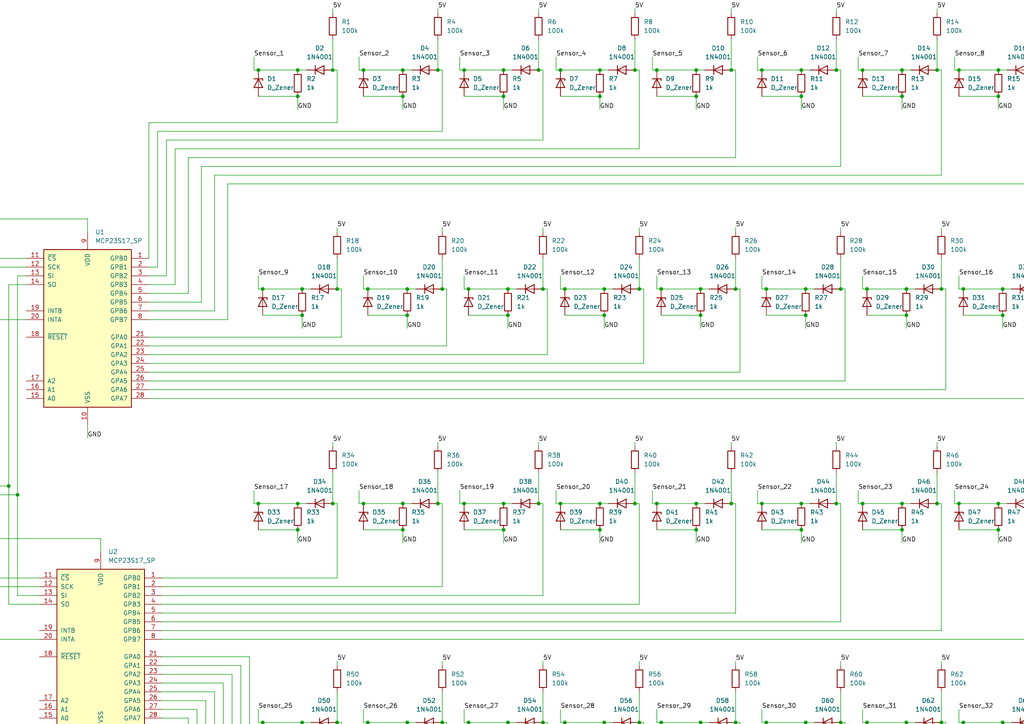
<source format=kicad_sch>
(kicad_sch (version 20231120) (generator "eeschema") (generator_version "8.0")
  (paper "A4")
  (lib_symbols
    (symbol "Connector:Conn_01x02_Pin" (pin_names (offset 1.016) hide)
      (property "Reference" "J" (at 0 2.54 0))
      (property "Value" "Conn_01x02_Pin" (at 0 -5.08 0))
      (symbol "Conn_01x02_Pin_1_1"
        (pin passive line (at 5.08 0 180) (length 3.81) (name "Pin_1") (number "1"))
        (pin passive line (at 5.08 -2.54 180) (length 3.81) (name "Pin_2") (number "2"))
      )
    )
    (symbol "Connector:Conn_01x08_Pin" (pin_names (offset 1.016) hide)
      (property "Reference" "J" (at 0 10.16 0))
      (property "Value" "Conn_01x08_Pin" (at 0 -12.7 0))
      (symbol "Conn_01x08_Pin_1_1"
        (pin passive line (at 5.08 7.62 180) (length 3.81) (name "Pin_1") (number "1"))
        (pin passive line (at 5.08 5.08 180) (length 3.81) (name "Pin_2") (number "2"))
        (pin passive line (at 5.08 2.54 180) (length 3.81) (name "Pin_3") (number "3"))
        (pin passive line (at 5.08 0 180) (length 3.81) (name "Pin_4") (number "4"))
        (pin passive line (at 5.08 -2.54 180) (length 3.81) (name "Pin_5") (number "5"))
        (pin passive line (at 5.08 -5.08 180) (length 3.81) (name "Pin_6") (number "6"))
        (pin passive line (at 5.08 -7.62 180) (length 3.81) (name "Pin_7") (number "7"))
        (pin passive line (at 5.08 -10.16 180) (length 3.81) (name "Pin_8") (number "8"))
      )
    )
    (symbol "Device:D_Zener" (pin_numbers hide) (pin_names (offset 1.016) hide)
      (property "Reference" "D" (at 0 2.54 0))
      (property "Value" "D_Zener" (at 0 -2.54 0))
      (symbol "D_Zener_1_1"
        (pin passive line (at -3.81 0 0) (length 2.54) (name "K") (number "1"))
        (pin passive line (at 3.81 0 180) (length 2.54) (name "A") (number "2"))
      )
    )
    (symbol "Device:R" (pin_numbers hide) (pin_names (offset 0))
      (property "Reference" "R" (at 2.032 0 90))
      (property "Value" "R" (at 0 0 90))
      (symbol "R_1_1"
        (pin passive line (at 0 3.81 270) (length 1.27) (name "~") (number "1"))
        (pin passive line (at 0 -3.81 90) (length 1.27) (name "~") (number "2"))
      )
    )
    (symbol "Diode:1N4001" (pin_numbers hide) (pin_names hide)
      (property "Reference" "D" (at 0 2.54 0))
      (property "Value" "1N4001" (at 0 -2.54 0))
      (symbol "1N4001_1_1"
        (pin passive line (at -3.81 0 0) (length 2.54) (name "K") (number "1"))
        (pin passive line (at 3.81 0 180) (length 2.54) (name "A") (number "2"))
      )
    )
    (symbol "ESP8266:NodeMCU1.0(ESP-12E)" (pin_names (offset 1.016))
      (property "Reference" "U" (at 0 21.59 0))
      (property "Value" "NodeMCU1.0(ESP-12E)" (at 0 -21.59 0))
      (symbol "NodeMCU1.0(ESP-12E)_1_1"
        (pin input line (at -20.32 17.78 0) (length 5.08) (name "A0(ADC0)") (number "1"))
        (pin input line (at -20.32 -5.08 0) (length 5.08) (name "GND") (number "10"))
        (pin input line (at -20.32 -7.62 0) (length 5.08) (name "3.3V") (number "11"))
        (pin input line (at -20.32 -10.16 0) (length 5.08) (name "EN") (number "12"))
        (pin input line (at -20.32 -12.7 0) (length 5.08) (name "RST") (number "13"))
        (pin input line (at -20.32 -15.24 0) (length 5.08) (name "GND") (number "14"))
        (pin input line (at -20.32 -17.78 0) (length 5.08) (name "VIN") (number "15"))
        (pin input line (at 20.32 -17.78 180) (length 5.08) (name "3.3V") (number "16"))
        (pin input line (at 20.32 -15.24 180) (length 5.08) (name "GND") (number "17"))
        (pin input line (at 20.32 -12.7 180) (length 5.08) (name "TX(GPIO1)") (number "18"))
        (pin input line (at 20.32 -10.16 180) (length 5.08) (name "RX(DPIO3)") (number "19"))
        (pin input line (at -20.32 15.24 0) (length 5.08) (name "RSV") (number "2"))
        (pin input line (at 20.32 -7.62 180) (length 5.08) (name "D8(GPIO15)") (number "20"))
        (pin input line (at 20.32 -5.08 180) (length 5.08) (name "D7(GPIO13)") (number "21"))
        (pin input line (at 20.32 -2.54 180) (length 5.08) (name "D6(GPIO12)") (number "22"))
        (pin input line (at 20.32 0 180) (length 5.08) (name "D5(GPIO14)") (number "23"))
        (pin input line (at 20.32 2.54 180) (length 5.08) (name "GND") (number "24"))
        (pin input line (at 20.32 5.08 180) (length 5.08) (name "3.3V") (number "25"))
        (pin input line (at 20.32 7.62 180) (length 5.08) (name "D4(GPIO2)") (number "26"))
        (pin input line (at 20.32 10.16 180) (length 5.08) (name "D3(GPIO0)") (number "27"))
        (pin input line (at 20.32 12.7 180) (length 5.08) (name "D2(GPIO4)") (number "28"))
        (pin input line (at 20.32 15.24 180) (length 5.08) (name "D1(GPIO5)") (number "29"))
        (pin input line (at -20.32 12.7 0) (length 5.08) (name "RSV") (number "3"))
        (pin input line (at 20.32 17.78 180) (length 5.08) (name "D0(GPIO16)") (number "30"))
        (pin input line (at -20.32 10.16 0) (length 5.08) (name "SD3(GPIO10)") (number "4"))
        (pin input line (at -20.32 7.62 0) (length 5.08) (name "SD2(GPIO9)") (number "5"))
        (pin input line (at -20.32 5.08 0) (length 5.08) (name "SD1(MOSI)") (number "6"))
        (pin input line (at -20.32 2.54 0) (length 5.08) (name "CMD(CS)") (number "7"))
        (pin input line (at -20.32 0 0) (length 5.08) (name "SDO(MISO)") (number "8"))
        (pin input line (at -20.32 -2.54 0) (length 5.08) (name "CLK(SCLK)") (number "9"))
      )
    )
    (symbol "Interface_Expansion:MCP23S17_SP" (pin_names (offset 1.016))
      (property "Reference" "U" (at -11.43 24.13 0))
      (property "Value" "MCP23S17_SP" (at 0 0 0))
      (symbol "MCP23S17_SP_1_1"
        (pin bidirectional line (at 17.78 20.32 180) (length 5.08) (name "GPB0") (number "1"))
        (pin power_in line (at 0 -27.94 90) (length 5.08) (name "VSS") (number "10"))
        (pin input line (at -17.78 20.32 0) (length 5.08) (name "~{CS}") (number "11"))
        (pin input line (at -17.78 17.78 0) (length 5.08) (name "SCK") (number "12"))
        (pin input line (at -17.78 15.24 0) (length 5.08) (name "SI") (number "13"))
        (pin output line (at -17.78 12.7 0) (length 5.08) (name "SO") (number "14"))
        (pin input line (at -17.78 -20.32 0) (length 5.08) (name "A0") (number "15"))
        (pin input line (at -17.78 -17.78 0) (length 5.08) (name "A1") (number "16"))
        (pin input line (at -17.78 -15.24 0) (length 5.08) (name "A2") (number "17"))
        (pin input line (at -17.78 -2.54 0) (length 5.08) (name "~{RESET}") (number "18"))
        (pin tri_state line (at -17.78 5.08 0) (length 5.08) (name "INTB") (number "19"))
        (pin bidirectional line (at 17.78 17.78 180) (length 5.08) (name "GPB1") (number "2"))
        (pin tri_state line (at -17.78 2.54 0) (length 5.08) (name "INTA") (number "20"))
        (pin bidirectional line (at 17.78 -2.54 180) (length 5.08) (name "GPA0") (number "21"))
        (pin bidirectional line (at 17.78 -5.08 180) (length 5.08) (name "GPA1") (number "22"))
        (pin bidirectional line (at 17.78 -7.62 180) (length 5.08) (name "GPA2") (number "23"))
        (pin bidirectional line (at 17.78 -10.16 180) (length 5.08) (name "GPA3") (number "24"))
        (pin bidirectional line (at 17.78 -12.7 180) (length 5.08) (name "GPA4") (number "25"))
        (pin bidirectional line (at 17.78 -15.24 180) (length 5.08) (name "GPA5") (number "26"))
        (pin bidirectional line (at 17.78 -17.78 180) (length 5.08) (name "GPA6") (number "27"))
        (pin bidirectional line (at 17.78 -20.32 180) (length 5.08) (name "GPA7") (number "28"))
        (pin bidirectional line (at 17.78 15.24 180) (length 5.08) (name "GPB2") (number "3"))
        (pin bidirectional line (at 17.78 12.7 180) (length 5.08) (name "GPB3") (number "4"))
        (pin bidirectional line (at 17.78 10.16 180) (length 5.08) (name "GPB4") (number "5"))
        (pin bidirectional line (at 17.78 7.62 180) (length 5.08) (name "GPB5") (number "6"))
        (pin bidirectional line (at 17.78 5.08 180) (length 5.08) (name "GPB6") (number "7"))
        (pin bidirectional line (at 17.78 2.54 180) (length 5.08) (name "GPB7") (number "8"))
        (pin power_in line (at 0 27.94 270) (length 5.08) (name "VDD") (number "9"))
      )
    )
  )
  (junction (at 87.63 83.82))
  (junction (at 135.89 209.55))
  (junction (at 289.56 20.32))
  (junction (at 134.62 146.05))
  (junction (at 250.19 146.05))
  (junction (at 128.27 209.55))
  (junction (at 118.11 217.17))
  (junction (at 175.26 91.44))
  (junction (at 250.19 20.32))
  (junction (at 243.84 83.82))
  (junction (at 201.93 146.05))
  (junction (at 146.05 153.67))
  (junction (at 262.89 91.44))
  (junction (at 201.93 27.94))
  (junction (at 233.68 91.44))
  (junction (at 156.21 20.32))
  (junction (at 242.57 146.05))
  (junction (at 262.89 209.55))
  (junction (at 190.5 20.32))
  (junction (at 2.54 140.97))
  (junction (at 261.62 153.67))
  (junction (at 116.84 20.32))
  (junction (at 300.99 83.82))
  (junction (at 146.05 27.94))
  (junction (at 135.89 83.82))
  (junction (at 5.08 143.51))
  (junction (at 86.36 146.05))
  (junction (at 213.36 209.55))
  (junction (at 290.83 91.44))
  (junction (at 279.4 83.82))
  (junction (at 232.41 20.32))
  (junction (at 278.13 146.05))
  (junction (at 87.63 217.17))
  (junction (at 201.93 153.67))
  (junction (at 262.89 217.17))
  (junction (at 233.68 83.82))
  (junction (at 190.5 146.05))
  (junction (at 289.56 27.94))
  (junction (at 289.56 146.05))
  (junction (at -1.27 138.43))
  (junction (at 251.46 83.82))
  (junction (at 290.83 217.17))
  (junction (at 203.2 209.55))
  (junction (at 97.79 83.82))
  (junction (at 290.83 209.55))
  (junction (at 162.56 20.32))
  (junction (at 203.2 83.82))
  (junction (at 163.83 209.55))
  (junction (at 97.79 209.55))
  (junction (at 157.48 83.82))
  (junction (at 184.15 146.05))
  (junction (at 74.93 20.32))
  (junction (at 86.36 27.94))
  (junction (at 87.63 209.55))
  (junction (at 127 146.05))
  (junction (at 232.41 153.67))
  (junction (at 184.15 20.32))
  (junction (at 86.36 20.32))
  (junction (at 175.26 209.55))
  (junction (at 191.77 83.82))
  (junction (at 173.99 20.32))
  (junction (at 128.27 83.82))
  (junction (at 147.32 209.55))
  (junction (at 279.4 209.55))
  (junction (at 261.62 146.05))
  (junction (at -24.13 156.21))
  (junction (at 173.99 153.67))
  (junction (at 157.48 209.55))
  (junction (at 261.62 27.94))
  (junction (at 118.11 83.82))
  (junction (at 147.32 91.44))
  (junction (at 213.36 83.82))
  (junction (at 96.52 146.05))
  (junction (at 147.32 217.17))
  (junction (at 290.83 83.82))
  (junction (at 147.32 83.82))
  (junction (at 146.05 20.32))
  (junction (at 86.36 153.67))
  (junction (at 105.41 146.05))
  (junction (at 185.42 209.55))
  (junction (at 233.68 209.55))
  (junction (at 105.41 20.32))
  (junction (at 233.68 217.17))
  (junction (at 222.25 83.82))
  (junction (at 300.99 209.55))
  (junction (at 220.98 146.05))
  (junction (at 222.25 209.55))
  (junction (at 173.99 27.94))
  (junction (at 271.78 146.05))
  (junction (at 289.56 153.67))
  (junction (at 76.2 83.82))
  (junction (at 127 20.32))
  (junction (at 232.41 146.05))
  (junction (at 156.21 146.05))
  (junction (at 242.57 20.32))
  (junction (at 74.93 146.05))
  (junction (at 118.11 209.55))
  (junction (at 118.11 91.44))
  (junction (at 251.46 209.55))
  (junction (at 278.13 20.32))
  (junction (at 96.52 20.32))
  (junction (at 212.09 146.05))
  (junction (at 212.09 20.32))
  (junction (at 273.05 83.82))
  (junction (at 299.72 20.32))
  (junction (at 185.42 83.82))
  (junction (at 116.84 146.05))
  (junction (at 87.63 91.44))
  (junction (at 262.89 83.82))
  (junction (at 163.83 83.82))
  (junction (at 106.68 83.82))
  (junction (at 271.78 20.32))
  (junction (at 116.84 153.67))
  (junction (at 243.84 209.55))
  (junction (at 273.05 209.55))
  (junction (at 76.2 209.55))
  (junction (at 191.77 209.55))
  (junction (at 203.2 217.17))
  (junction (at 261.62 20.32))
  (junction (at 134.62 20.32))
  (junction (at 116.84 27.94))
  (junction (at 175.26 217.17))
  (junction (at 173.99 146.05))
  (junction (at 220.98 20.32))
  (junction (at 201.93 20.32))
  (junction (at 299.72 146.05))
  (junction (at 175.26 83.82))
  (junction (at 106.68 209.55))
  (junction (at 203.2 91.44))
  (junction (at 162.56 146.05))
  (junction (at 146.05 146.05))
  (junction (at 232.41 27.94))
  (wire (pts (xy -19.05 39.37) (xy -11.43 39.37)))
  (wire (pts (xy 50.8 82.55) (xy 50.8 43.18)))
  (wire (pts (xy 105.41 27.94) (xy 116.84 27.94)))
  (wire (pts (xy 73.66 16.51) (xy 73.66 20.32)))
  (wire (pts (xy 43.18 82.55) (xy 50.8 82.55)))
  (wire (pts (xy 251.46 209.55) (xy 262.89 209.55)))
  (wire (pts (xy 46.99 177.8) (xy 213.36 177.8)))
  (wire (pts (xy 213.36 67.31) (xy 213.36 66.04)))
  (wire (pts (xy 134.62 209.55) (xy 135.89 209.55)))
  (wire (pts (xy 175.26 91.44) (xy 175.26 95.25)))
  (wire (pts (xy 290.83 217.17) (xy 290.83 220.98)))
  (wire (pts (xy 2.54 175.26) (xy 2.54 140.97)))
  (wire (pts (xy 184.15 146.05) (xy 185.42 146.05)))
  (wire (pts (xy 128.27 20.32) (xy 128.27 38.1)))
  (wire (pts (xy 213.36 193.04) (xy 213.36 191.77)))
  (wire (pts (xy 262.89 217.17) (xy 262.89 220.98)))
  (wire (pts (xy 190.5 80.01) (xy 190.5 83.82)))
  (wire (pts (xy 157.48 209.55) (xy 158.75 209.55)))
  (wire (pts (xy -82.55 166.37) (xy -24.13 166.37)))
  (wire (pts (xy -24.13 156.21) (xy 29.21 156.21)))
  (wire (pts (xy 133.35 16.51) (xy 133.35 20.32)))
  (wire (pts (xy 201.93 153.67) (xy 201.93 157.48)))
  (wire (pts (xy 11.43 175.26) (xy 2.54 175.26)))
  (wire (pts (xy 11.43 167.64) (xy -3.81 167.64)))
  (wire (pts (xy 74.93 20.32) (xy 86.36 20.32)))
  (wire (pts (xy 46.99 172.72) (xy 157.48 172.72)))
  (wire (pts (xy 128.27 74.93) (xy 128.27 83.82)))
  (wire (pts (xy 118.11 83.82) (xy 120.65 83.82)))
  (wire (pts (xy -78.74 156.21) (xy -69.85 156.21)))
  (wire (pts (xy 87.63 91.44) (xy 87.63 95.25)))
  (wire (pts (xy 185.42 83.82) (xy 186.69 83.82)))
  (wire (pts (xy 43.18 105.41) (xy 186.69 105.41)))
  (wire (pts (xy 220.98 209.55) (xy 222.25 209.55)))
  (wire (pts (xy 46.99 182.88) (xy 273.05 182.88)))
  (wire (pts (xy 7.62 92.71) (xy -19.05 92.71)))
  (wire (pts (xy 43.18 35.56) (xy 43.18 74.93)))
  (wire (pts (xy 97.79 193.04) (xy 97.79 191.77)))
  (wire (pts (xy 158.75 234.95) (xy 158.75 209.55)))
  (wire (pts (xy 156.21 20.32) (xy 157.48 20.32)))
  (wire (pts (xy 190.5 209.55) (xy 191.77 209.55)))
  (wire (pts (xy 276.86 146.05) (xy 278.13 146.05)))
  (wire (pts (xy 274.32 83.82) (xy 274.32 113.03)))
  (wire (pts (xy 43.18 110.49) (xy 245.11 110.49)))
  (wire (pts (xy 219.71 16.51) (xy 219.71 20.32)))
  (wire (pts (xy 135.89 209.55) (xy 147.32 209.55)))
  (wire (pts (xy 273.05 200.66) (xy 273.05 209.55)))
  (wire (pts (xy 74.93 153.67) (xy 86.36 153.67)))
  (wire (pts (xy 45.72 77.47) (xy 45.72 38.1)))
  (wire (pts (xy 163.83 217.17) (xy 175.26 217.17)))
  (wire (pts (xy 184.15 20.32) (xy 185.42 20.32)))
  (wire (pts (xy 46.99 193.04) (xy 69.85 193.04)))
  (wire (pts (xy 96.52 20.32) (xy 97.79 20.32)))
  (wire (pts (xy 62.23 90.17) (xy 62.23 50.8)))
  (wire (pts (xy 212.09 137.16) (xy 212.09 146.05)))
  (wire (pts (xy 278.13 153.67) (xy 289.56 153.67)))
  (wire (pts (xy 185.42 74.93) (xy 185.42 83.82)))
  (wire (pts (xy 250.19 27.94) (xy 261.62 27.94)))
  (wire (pts (xy 7.62 82.55) (xy 2.54 82.55)))
  (wire (pts (xy 347.98 81.28) (xy 353.06 81.28)))
  (wire (pts (xy 212.09 146.05) (xy 213.36 146.05)))
  (wire (pts (xy 271.78 146.05) (xy 273.05 146.05)))
  (wire (pts (xy 213.36 209.55) (xy 214.63 209.55)))
  (wire (pts (xy 250.19 83.82) (xy 251.46 83.82)))
  (wire (pts (xy 377.19 144.78) (xy 382.27 144.78)))
  (wire (pts (xy 116.84 27.94) (xy 116.84 31.75)))
  (wire (pts (xy 127 20.32) (xy 128.27 20.32)))
  (wire (pts (xy 233.68 83.82) (xy 236.22 83.82)))
  (wire (pts (xy 378.46 81.28) (xy 383.54 81.28)))
  (wire (pts (xy 378.46 86.36) (xy 383.54 86.36)))
  (wire (pts (xy 104.14 16.51) (xy 104.14 20.32)))
  (wire (pts (xy 214.63 83.82) (xy 214.63 107.95)))
  (wire (pts (xy 245.11 242.57) (xy 245.11 209.55)))
  (wire (pts (xy 347.98 86.36) (xy 353.06 86.36)))
  (wire (pts (xy 378.46 78.74) (xy 383.54 78.74)))
  (wire (pts (xy -82.55 146.05) (xy -82.55 166.37)))
  (wire (pts (xy 378.46 83.82) (xy 383.54 83.82)))
  (wire (pts (xy 251.46 91.44) (xy 262.89 91.44)))
  (wire (pts (xy 271.78 11.43) (xy 271.78 20.32)))
  (wire (pts (xy 220.98 146.05) (xy 232.41 146.05)))
  (wire (pts (xy 185.42 67.31) (xy 185.42 66.04)))
  (wire (pts (xy 300.99 200.66) (xy 300.99 209.55)))
  (wire (pts (xy 54.61 45.72) (xy 213.36 45.72)))
  (wire (pts (xy 201.93 20.32) (xy 204.47 20.32)))
  (wire (pts (xy 128.27 83.82) (xy 129.54 83.82)))
  (wire (pts (xy 278.13 27.94) (xy 289.56 27.94)))
  (wire (pts (xy 86.36 146.05) (xy 88.9 146.05)))
  (wire (pts (xy 299.72 11.43) (xy 299.72 20.32)))
  (wire (pts (xy 220.98 27.94) (xy 232.41 27.94)))
  (wire (pts (xy 146.05 27.94) (xy 146.05 31.75)))
  (wire (pts (xy 162.56 153.67) (xy 173.99 153.67)))
  (wire (pts (xy 262.89 83.82) (xy 265.43 83.82)))
  (wire (pts (xy 25.4 63.5) (xy -24.13 63.5)))
  (wire (pts (xy 99.06 229.87) (xy 99.06 209.55)))
  (wire (pts (xy 220.98 80.01) (xy 220.98 83.82)))
  (wire (pts (xy 377.19 147.32) (xy 382.27 147.32)))
  (wire (pts (xy 242.57 11.43) (xy 242.57 20.32)))
  (wire (pts (xy 116.84 20.32) (xy 119.38 20.32)))
  (wire (pts (xy 190.5 205.74) (xy 190.5 209.55)))
  (wire (pts (xy 46.99 195.58) (xy 67.31 195.58)))
  (wire (pts (xy 162.56 205.74) (xy 162.56 209.55)))
  (wire (pts (xy 135.89 91.44) (xy 147.32 91.44)))
  (wire (pts (xy 184.15 3.81) (xy 184.15 2.54)))
  (wire (pts (xy 213.36 146.05) (xy 213.36 177.8)))
  (wire (pts (xy 73.66 142.24) (xy 73.66 146.05)))
  (wire (pts (xy 274.32 245.11) (xy 274.32 209.55)))
  (wire (pts (xy 135.89 217.17) (xy 147.32 217.17)))
  (wire (pts (xy 162.56 20.32) (xy 173.99 20.32)))
  (wire (pts (xy 99.06 83.82) (xy 99.06 97.79)))
  (wire (pts (xy 118.11 217.17) (xy 118.11 220.98)))
  (wire (pts (xy 66.04 92.71) (xy 66.04 53.34)))
  (wire (pts (xy 161.29 142.24) (xy 161.29 146.05)))
  (wire (pts (xy 106.68 91.44) (xy 118.11 91.44)))
  (wire (pts (xy 242.57 20.32) (xy 243.84 20.32)))
  (wire (pts (xy 76.2 217.17) (xy 87.63 217.17)))
  (wire (pts (xy 129.54 232.41) (xy 129.54 209.55)))
  (wire (pts (xy 43.18 87.63) (xy 58.42 87.63)))
  (wire (pts (xy 346.71 142.24) (xy 351.79 142.24)))
  (wire (pts (xy 173.99 146.05) (xy 176.53 146.05)))
  (wire (pts (xy 302.26 83.82) (xy 302.26 115.57)))
  (wire (pts (xy -11.43 130.81) (xy -29.21 130.81)))
  (wire (pts (xy 157.48 146.05) (xy 157.48 172.72)))
  (wire (pts (xy 261.62 27.94) (xy 261.62 31.75)))
  (wire (pts (xy 7.62 80.01) (xy 5.08 80.01)))
  (wire (pts (xy 128.27 193.04) (xy 128.27 191.77)))
  (wire (pts (xy -11.43 130.81) (xy -11.43 185.42)))
  (wire (pts (xy 278.13 146.05) (xy 289.56 146.05)))
  (wire (pts (xy 185.42 209.55) (xy 186.69 209.55)))
  (wire (pts (xy 134.62 153.67) (xy 146.05 153.67)))
  (wire (pts (xy 189.23 16.51) (xy 189.23 20.32)))
  (wire (pts (xy 5.08 172.72) (xy 5.08 143.51)))
  (wire (pts (xy 127 11.43) (xy 127 20.32)))
  (wire (pts (xy 233.68 209.55) (xy 236.22 209.55)))
  (wire (pts (xy 279.4 209.55) (xy 290.83 209.55)))
  (wire (pts (xy 220.98 83.82) (xy 222.25 83.82)))
  (wire (pts (xy 290.83 209.55) (xy 293.37 209.55)))
  (wire (pts (xy 184.15 129.54) (xy 184.15 128.27)))
  (wire (pts (xy 273.05 209.55) (xy 274.32 209.55)))
  (wire (pts (xy 248.92 146.05) (xy 250.19 146.05)))
  (wire (pts (xy 232.41 146.05) (xy 234.95 146.05)))
  (wire (pts (xy 43.18 90.17) (xy 62.23 90.17)))
  (wire (pts (xy 300.99 83.82) (xy 302.26 83.82)))
  (wire (pts (xy 347.98 71.12) (xy 353.06 71.12)))
  (wire (pts (xy 127 129.54) (xy 127 128.27)))
  (wire (pts (xy 248.92 20.32) (xy 250.19 20.32)))
  (wire (pts (xy 158.75 83.82) (xy 157.48 83.82)))
  (wire (pts (xy 62.23 50.8) (xy 273.05 50.8)))
  (wire (pts (xy 57.15 205.74) (xy 57.15 245.11)))
  (wire (pts (xy 219.71 142.24) (xy 219.71 146.05)))
  (wire (pts (xy 5.08 80.01) (xy 5.08 143.51)))
  (wire (pts (xy 86.36 153.67) (xy 86.36 157.48)))
  (wire (pts (xy 127 3.81) (xy 127 2.54)))
  (wire (pts (xy 185.42 146.05) (xy 185.42 175.26)))
  (wire (pts (xy 201.93 146.05) (xy 204.47 146.05)))
  (wire (pts (xy 186.69 237.49) (xy 186.69 209.55)))
  (wire (pts (xy 7.62 74.93) (xy -6.35 74.93)))
  (wire (pts (xy 105.41 20.32) (xy 116.84 20.32)))
  (wire (pts (xy 162.56 80.01) (xy 162.56 83.82)))
  (wire (pts (xy 43.18 107.95) (xy 214.63 107.95)))
  (wire (pts (xy 271.78 129.54) (xy 271.78 128.27)))
  (wire (pts (xy 97.79 67.31) (xy 97.79 66.04)))
  (wire (pts (xy 48.26 80.01) (xy 48.26 40.64)))
  (wire (pts (xy 243.84 209.55) (xy 245.11 209.55)))
  (wire (pts (xy 278.13 80.01) (xy 278.13 83.82)))
  (wire (pts (xy 278.13 20.32) (xy 289.56 20.32)))
  (wire (pts (xy 243.84 67.31) (xy 243.84 66.04)))
  (wire (pts (xy 50.8 43.18) (xy 185.42 43.18)))
  (wire (pts (xy 25.4 63.5) (xy 25.4 67.31)))
  (wire (pts (xy 300.99 193.04) (xy 300.99 191.77)))
  (wire (pts (xy 11.43 185.42) (xy -11.43 185.42)))
  (wire (pts (xy 105.41 146.05) (xy 116.84 146.05)))
  (wire (pts (xy 300.99 20.32) (xy 300.99 53.34)))
  (wire (pts (xy 146.05 20.32) (xy 148.59 20.32)))
  (wire (pts (xy 54.61 247.65) (xy 302.26 247.65)))
  (wire (pts (xy -1.27 170.18) (xy 11.43 170.18)))
  (wire (pts (xy 134.62 83.82) (xy 135.89 83.82)))
  (wire (pts (xy 147.32 209.55) (xy 149.86 209.55)))
  (wire (pts (xy 29.21 215.9) (xy 29.21 220.98)))
  (wire (pts (xy 146.05 146.05) (xy 148.59 146.05)))
  (wire (pts (xy 242.57 137.16) (xy 242.57 146.05)))
  (wire (pts (xy 161.29 20.32) (xy 162.56 20.32)))
  (wire (pts (xy 377.19 142.24) (xy 382.27 142.24)))
  (wire (pts (xy 62.23 240.03) (xy 214.63 240.03)))
  (wire (pts (xy 378.46 73.66) (xy 383.54 73.66)))
  (wire (pts (xy 250.19 153.67) (xy 261.62 153.67)))
  (wire (pts (xy 250.19 209.55) (xy 251.46 209.55)))
  (wire (pts (xy 261.62 20.32) (xy 264.16 20.32)))
  (wire (pts (xy 157.48 200.66) (xy 157.48 209.55)))
  (wire (pts (xy 233.68 91.44) (xy 233.68 95.25)))
  (wire (pts (xy 243.84 20.32) (xy 243.84 48.26)))
  (wire (pts (xy 127 137.16) (xy 127 146.05)))
  (wire (pts (xy 97.79 35.56) (xy 43.18 35.56)))
  (wire (pts (xy 43.18 100.33) (xy 129.54 100.33)))
  (wire (pts (xy 273.05 193.04) (xy 273.05 191.77)))
  (wire (pts (xy 191.77 83.82) (xy 203.2 83.82)))
  (wire (pts (xy 273.05 83.82) (xy 274.32 83.82)))
  (wire (pts (xy 134.62 205.74) (xy 134.62 209.55)))
  (wire (pts (xy 87.63 83.82) (xy 90.17 83.82)))
  (wire (pts (xy 46.99 205.74) (xy 57.15 205.74)))
  (wire (pts (xy 156.21 137.16) (xy 156.21 146.05)))
  (wire (pts (xy 105.41 153.67) (xy 116.84 153.67)))
  (wire (pts (xy 127 146.05) (xy 128.27 146.05)))
  (wire (pts (xy 222.25 91.44) (xy 233.68 91.44)))
  (wire (pts (xy 232.41 27.94) (xy 232.41 31.75)))
  (wire (pts (xy 134.62 146.05) (xy 146.05 146.05)))
  (wire (pts (xy 134.62 20.32) (xy 146.05 20.32)))
  (wire (pts (xy 222.25 217.17) (xy 233.68 217.17)))
  (wire (pts (xy 97.79 209.55) (xy 99.06 209.55)))
  (wire (pts (xy 346.71 157.48) (xy 351.79 157.48)))
  (wire (pts (xy 62.23 200.66) (xy 62.23 240.03)))
  (wire (pts (xy 346.71 139.7) (xy 351.79 139.7)))
  (wire (pts (xy 46.99 180.34) (xy 243.84 180.34)))
  (wire (pts (xy 104.14 20.32) (xy 105.41 20.32)))
  (wire (pts (xy 74.93 27.94) (xy 86.36 27.94)))
  (wire (pts (xy 250.19 146.05) (xy 261.62 146.05)))
  (wire (pts (xy -11.43 36.83) (xy -19.05 36.83)))
  (wire (pts (xy 203.2 209.55) (xy 205.74 209.55)))
  (wire (pts (xy 161.29 146.05) (xy 162.56 146.05)))
  (wire (pts (xy 146.05 153.67) (xy 146.05 157.48)))
  (wire (pts (xy 377.19 139.7) (xy 382.27 139.7)))
  (wire (pts (xy 191.77 217.17) (xy 203.2 217.17)))
  (wire (pts (xy 157.48 74.93) (xy 157.48 83.82)))
  (wire (pts (xy 72.39 229.87) (xy 99.06 229.87)))
  (wire (pts (xy 86.36 20.32) (xy 88.9 20.32)))
  (wire (pts (xy 106.68 209.55) (xy 118.11 209.55)))
  (wire (pts (xy 46.99 190.5) (xy 72.39 190.5)))
  (wire (pts (xy 147.32 83.82) (xy 149.86 83.82)))
  (wire (pts (xy 129.54 83.82) (xy 129.54 100.33)))
  (wire (pts (xy 74.93 80.01) (xy 74.93 83.82)))
  (wire (pts (xy 190.5 27.94) (xy 201.93 27.94)))
  (wire (pts (xy 245.11 83.82) (xy 245.11 110.49)))
  (wire (pts (xy 96.52 129.54) (xy 96.52 128.27)))
  (wire (pts (xy 186.69 83.82) (xy 186.69 105.41)))
  (wire (pts (xy 2.54 82.55) (xy 2.54 140.97)))
  (wire (pts (xy -3.81 123.19) (xy -29.21 123.19)))
  (wire (pts (xy 46.99 185.42) (xy 300.99 185.42)))
  (wire (pts (xy 105.41 80.01) (xy 105.41 83.82)))
  (wire (pts (xy 67.31 195.58) (xy 67.31 234.95)))
  (wire (pts (xy 222.25 83.82) (xy 233.68 83.82)))
  (wire (pts (xy 118.11 209.55) (xy 120.65 209.55)))
  (wire (pts (xy 276.86 20.32) (xy 278.13 20.32)))
  (wire (pts (xy 97.79 200.66) (xy 97.79 209.55)))
  (wire (pts (xy 147.32 91.44) (xy 147.32 95.25)))
  (wire (pts (xy 346.71 154.94) (xy 351.79 154.94)))
  (wire (pts (xy 157.48 67.31) (xy 157.48 66.04)))
  (wire (pts (xy 250.19 20.32) (xy 261.62 20.32)))
  (wire (pts (xy 300.99 146.05) (xy 300.99 185.42)))
  (wire (pts (xy -24.13 166.37) (xy -24.13 156.21)))
  (wire (pts (xy -19.05 128.27) (xy -29.21 128.27)))
  (wire (pts (xy 203.2 91.44) (xy 203.2 95.25)))
  (wire (pts (xy 262.89 209.55) (xy 265.43 209.55)))
  (wire (pts (xy 190.5 153.67) (xy 201.93 153.67)))
  (wire (pts (xy 163.83 83.82) (xy 175.26 83.82)))
  (wire (pts (xy 261.62 153.67) (xy 261.62 157.48)))
  (wire (pts (xy 156.21 129.54) (xy 156.21 128.27)))
  (wire (pts (xy 289.56 27.94) (xy 289.56 31.75)))
  (wire (pts (xy 66.04 53.34) (xy 300.99 53.34)))
  (wire (pts (xy 261.62 146.05) (xy 264.16 146.05)))
  (wire (pts (xy 201.93 27.94) (xy 201.93 31.75)))
  (wire (pts (xy 189.23 142.24) (xy 189.23 146.05)))
  (wire (pts (xy 43.18 102.87) (xy 158.75 102.87)))
  (wire (pts (xy 11.43 172.72) (xy 5.08 172.72)))
  (wire (pts (xy 173.99 153.67) (xy 173.99 157.48)))
  (wire (pts (xy 299.72 137.16) (xy 299.72 146.05)))
  (wire (pts (xy 203.2 83.82) (xy 205.74 83.82)))
  (wire (pts (xy 290.83 91.44) (xy 290.83 95.25)))
  (wire (pts (xy 347.98 88.9) (xy 353.06 88.9)))
  (wire (pts (xy 25.4 123.19) (xy 25.4 127)))
  (wire (pts (xy 45.72 38.1) (xy 128.27 38.1)))
  (wire (pts (xy 271.78 3.81) (xy 271.78 2.54)))
  (wire (pts (xy 300.99 67.31) (xy 300.99 66.04)))
  (wire (pts (xy 134.62 27.94) (xy 146.05 27.94)))
  (wire (pts (xy 278.13 83.82) (xy 279.4 83.82)))
  (wire (pts (xy 46.99 203.2) (xy 59.69 203.2)))
  (wire (pts (xy 346.71 149.86) (xy 351.79 149.86)))
  (wire (pts (xy 191.77 91.44) (xy 203.2 91.44)))
  (wire (pts (xy 251.46 83.82) (xy 262.89 83.82)))
  (wire (pts (xy 69.85 232.41) (xy 129.54 232.41)))
  (wire (pts (xy -69.85 146.05) (xy -82.55 146.05)))
  (wire (pts (xy 346.71 147.32) (xy 351.79 147.32)))
  (wire (pts (xy -29.21 138.43) (xy -1.27 138.43)))
  (wire (pts (xy 289.56 20.32) (xy 292.1 20.32)))
  (wire (pts (xy 46.99 170.18) (xy 128.27 170.18)))
  (wire (pts (xy 175.26 209.55) (xy 177.8 209.55)))
  (wire (pts (xy 276.86 16.51) (xy 276.86 20.32)))
  (wire (pts (xy -1.27 170.18) (xy -1.27 138.43)))
  (wire (pts (xy 232.41 153.67) (xy 232.41 157.48)))
  (wire (pts (xy 67.31 234.95) (xy 158.75 234.95)))
  (wire (pts (xy 377.19 157.48) (xy 382.27 157.48)))
  (wire (pts (xy 300.99 209.55) (xy 302.26 209.55)))
  (wire (pts (xy 156.21 3.81) (xy 156.21 2.54)))
  (wire (pts (xy 134.62 80.01) (xy 134.62 83.82)))
  (wire (pts (xy 7.62 77.47) (xy -1.27 77.47)))
  (wire (pts (xy 43.18 97.79) (xy 99.06 97.79)))
  (wire (pts (xy 213.36 20.32) (xy 213.36 45.72)))
  (wire (pts (xy 43.18 115.57) (xy 302.26 115.57)))
  (wire (pts (xy 279.4 83.82) (xy 290.83 83.82)))
  (wire (pts (xy 347.98 76.2) (xy 353.06 76.2)))
  (wire (pts (xy 74.93 205.74) (xy 74.93 209.55)))
  (wire (pts (xy 377.19 149.86) (xy 382.27 149.86)))
  (wire (pts (xy 189.23 146.05) (xy 190.5 146.05)))
  (wire (pts (xy 243.84 74.93) (xy 243.84 83.82)))
  (wire (pts (xy 46.99 208.28) (xy 54.61 208.28)))
  (wire (pts (xy 184.15 11.43) (xy 184.15 20.32)))
  (wire (pts (xy 86.36 27.94) (xy 86.36 31.75)))
  (wire (pts (xy 64.77 198.12) (xy 64.77 237.49)))
  (wire (pts (xy 278.13 209.55) (xy 279.4 209.55)))
  (wire (pts (xy 74.93 83.82) (xy 76.2 83.82)))
  (wire (pts (xy 279.4 217.17) (xy 290.83 217.17)))
  (wire (pts (xy 233.68 217.17) (xy 233.68 220.98)))
  (wire (pts (xy 43.18 77.47) (xy 45.72 77.47)))
  (wire (pts (xy 57.15 245.11) (xy 274.32 245.11)))
  (wire (pts (xy 96.52 3.81) (xy 96.52 2.54)))
  (wire (pts (xy 276.86 142.24) (xy 276.86 146.05)))
  (wire (pts (xy 161.29 16.51) (xy 161.29 20.32)))
  (wire (pts (xy 162.56 146.05) (xy 173.99 146.05)))
  (wire (pts (xy 279.4 91.44) (xy 290.83 91.44)))
  (wire (pts (xy 133.35 142.24) (xy 133.35 146.05)))
  (wire (pts (xy 162.56 209.55) (xy 163.83 209.55)))
  (wire (pts (xy 347.98 83.82) (xy 353.06 83.82)))
  (wire (pts (xy 212.09 129.54) (xy 212.09 128.27)))
  (wire (pts (xy 59.69 203.2) (xy 59.69 242.57)))
  (wire (pts (xy 242.57 3.81) (xy 242.57 2.54)))
  (wire (pts (xy 243.84 193.04) (xy 243.84 191.77)))
  (wire (pts (xy 185.42 193.04) (xy 185.42 191.77)))
  (wire (pts (xy 156.21 11.43) (xy 156.21 20.32)))
  (wire (pts (xy 213.36 74.93) (xy 213.36 83.82)))
  (wire (pts (xy 135.89 83.82) (xy 147.32 83.82)))
  (wire (pts (xy 203.2 217.17) (xy 203.2 220.98)))
  (wire (pts (xy 273.05 20.32) (xy 273.05 50.8)))
  (wire (pts (xy 104.14 142.24) (xy 104.14 146.05)))
  (wire (pts (xy 87.63 209.55) (xy 90.17 209.55)))
  (wire (pts (xy 87.63 217.17) (xy 87.63 220.98)))
  (wire (pts (xy 48.26 40.64) (xy 157.48 40.64)))
  (wire (pts (xy 347.98 73.66) (xy 353.06 73.66)))
  (wire (pts (xy 262.89 91.44) (xy 262.89 95.25)))
  (wire (pts (xy 378.46 88.9) (xy 383.54 88.9)))
  (wire (pts (xy 74.93 209.55) (xy 76.2 209.55)))
  (wire (pts (xy 43.18 85.09) (xy 54.61 85.09)))
  (wire (pts (xy -29.21 140.97) (xy 2.54 140.97)))
  (wire (pts (xy -29.21 125.73) (xy -6.35 125.73)))
  (wire (pts (xy 175.26 83.82) (xy 177.8 83.82)))
  (wire (pts (xy 76.2 91.44) (xy 87.63 91.44)))
  (wire (pts (xy 128.27 146.05) (xy 128.27 170.18)))
  (wire (pts (xy 173.99 27.94) (xy 173.99 31.75)))
  (wire (pts (xy 46.99 167.64) (xy 97.79 167.64)))
  (wire (pts (xy 54.61 85.09) (xy 54.61 45.72)))
  (wire (pts (xy -1.27 77.47) (xy -1.27 138.43)))
  (wire (pts (xy 302.26 247.65) (xy 302.26 209.55)))
  (wire (pts (xy 299.72 3.81) (xy 299.72 2.54)))
  (wire (pts (xy 162.56 83.82) (xy 163.83 83.82)))
  (wire (pts (xy 213.36 83.82) (xy 214.63 83.82)))
  (wire (pts (xy 46.99 175.26) (xy 185.42 175.26)))
  (wire (pts (xy 97.79 20.32) (xy 97.79 35.56)))
  (wire (pts (xy 133.35 146.05) (xy 134.62 146.05)))
  (wire (pts (xy 163.83 91.44) (xy 175.26 91.44)))
  (wire (pts (xy 220.98 153.67) (xy 232.41 153.67)))
  (wire (pts (xy 347.98 78.74) (xy 353.06 78.74)))
  (wire (pts (xy 248.92 16.51) (xy 248.92 20.32)))
  (wire (pts (xy -19.05 92.71) (xy -19.05 128.27)))
  (wire (pts (xy 377.19 152.4) (xy 382.27 152.4)))
  (wire (pts (xy 147.32 217.17) (xy 147.32 220.98)))
  (wire (pts (xy 243.84 200.66) (xy 243.84 209.55)))
  (wire (pts (xy 128.27 200.66) (xy 128.27 209.55)))
  (wire (pts (xy 290.83 83.82) (xy 293.37 83.82)))
  (wire (pts (xy 72.39 190.5) (xy 72.39 229.87)))
  (wire (pts (xy 58.42 87.63) (xy 58.42 48.26)))
  (wire (pts (xy 116.84 146.05) (xy 119.38 146.05)))
  (wire (pts (xy 191.77 209.55) (xy 203.2 209.55)))
  (wire (pts (xy 105.41 209.55) (xy 106.68 209.55)))
  (wire (pts (xy 289.56 153.67) (xy 289.56 157.48)))
  (wire (pts (xy 220.98 205.74) (xy 220.98 209.55)))
  (wire (pts (xy 278.13 205.74) (xy 278.13 209.55)))
  (wire (pts (xy 46.99 198.12) (xy 64.77 198.12)))
  (wire (pts (xy 116.84 153.67) (xy 116.84 157.48)))
  (wire (pts (xy 212.09 20.32) (xy 213.36 20.32)))
  (wire (pts (xy 185.42 20.32) (xy 185.42 43.18)))
  (wire (pts (xy -3.81 167.64) (xy -3.81 123.19)))
  (wire (pts (xy 128.27 209.55) (xy 129.54 209.55)))
  (wire (pts (xy 271.78 20.32) (xy 273.05 20.32)))
  (wire (pts (xy 54.61 208.28) (xy 54.61 247.65)))
  (wire (pts (xy 43.18 113.03) (xy 274.32 113.03)))
  (wire (pts (xy 46.99 200.66) (xy 62.23 200.66)))
  (wire (pts (xy 74.93 146.05) (xy 86.36 146.05)))
  (wire (pts (xy 73.66 20.32) (xy 74.93 20.32)))
  (wire (pts (xy 133.35 20.32) (xy 134.62 20.32)))
  (wire (pts (xy 190.5 20.32) (xy 201.93 20.32)))
  (wire (pts (xy 158.75 102.87) (xy 158.75 83.82)))
  (wire (pts (xy 250.19 80.01) (xy 250.19 83.82)))
  (wire (pts (xy 97.79 146.05) (xy 97.79 167.64)))
  (wire (pts (xy 289.56 146.05) (xy 292.1 146.05)))
  (wire (pts (xy 346.71 152.4) (xy 351.79 152.4)))
  (wire (pts (xy 190.5 83.82) (xy 191.77 83.82)))
  (wire (pts (xy 29.21 156.21) (xy 29.21 160.02)))
  (wire (pts (xy 299.72 20.32) (xy 300.99 20.32)))
  (wire (pts (xy 118.11 91.44) (xy 118.11 95.25)))
  (wire (pts (xy 219.71 20.32) (xy 220.98 20.32)))
  (wire (pts (xy 156.21 146.05) (xy 157.48 146.05)))
  (wire (pts (xy 76.2 209.55) (xy 87.63 209.55)))
  (wire (pts (xy 243.84 146.05) (xy 243.84 180.34)))
  (wire (pts (xy 250.19 205.74) (xy 250.19 209.55)))
  (wire (pts (xy 106.68 217.17) (xy 118.11 217.17)))
  (wire (pts (xy 69.85 193.04) (xy 69.85 232.41)))
  (wire (pts (xy 378.46 76.2) (xy 383.54 76.2)))
  (wire (pts (xy 58.42 48.26) (xy 243.84 48.26)))
  (wire (pts (xy 96.52 11.43) (xy 96.52 20.32)))
  (wire (pts (xy 184.15 137.16) (xy 184.15 146.05)))
  (wire (pts (xy -24.13 63.5) (xy -24.13 156.21)))
  (wire (pts (xy 300.99 74.93) (xy 300.99 83.82)))
  (wire (pts (xy 64.77 237.49) (xy 186.69 237.49)))
  (wire (pts (xy 43.18 80.01) (xy 48.26 80.01)))
  (wire (pts (xy 157.48 193.04) (xy 157.48 191.77)))
  (wire (pts (xy 163.83 209.55) (xy 175.26 209.55)))
  (wire (pts (xy 97.79 74.93) (xy 97.79 83.82)))
  (wire (pts (xy 157.48 20.32) (xy 157.48 40.64)))
  (wire (pts (xy 219.71 146.05) (xy 220.98 146.05)))
  (wire (pts (xy 378.46 71.12) (xy 383.54 71.12)))
  (wire (pts (xy 104.14 146.05) (xy 105.41 146.05)))
  (wire (pts (xy 73.66 146.05) (xy 74.93 146.05)))
  (wire (pts (xy 96.52 137.16) (xy 96.52 146.05)))
  (wire (pts (xy 189.23 20.32) (xy 190.5 20.32)))
  (wire (pts (xy 105.41 83.82) (xy 106.68 83.82)))
  (wire (pts (xy 220.98 20.32) (xy 232.41 20.32)))
  (wire (pts (xy 243.84 83.82) (xy 245.11 83.82)))
  (wire (pts (xy 97.79 83.82) (xy 99.06 83.82)))
  (wire (pts (xy 162.56 27.94) (xy 173.99 27.94)))
  (wire (pts (xy 242.57 146.05) (xy 243.84 146.05)))
  (wire (pts (xy 43.18 92.71) (xy 66.04 92.71)))
  (wire (pts (xy 214.63 240.03) (xy 214.63 209.55)))
  (wire (pts (xy 212.09 11.43) (xy 212.09 20.32)))
  (wire (pts (xy 175.26 217.17) (xy 175.26 220.98)))
  (wire (pts (xy 299.72 129.54) (xy 299.72 128.27)))
  (wire (pts (xy 96.52 146.05) (xy 97.79 146.05)))
  (wire (pts (xy 248.92 142.24) (xy 248.92 146.05)))
  (wire (pts (xy 212.09 3.81) (xy 212.09 2.54)))
  (wire (pts (xy 346.71 144.78) (xy 351.79 144.78)))
  (wire (pts (xy 273.05 146.05) (xy 273.05 182.88)))
  (wire (pts (xy 222.25 209.55) (xy 233.68 209.55)))
  (wire (pts (xy 106.68 83.82) (xy 118.11 83.82)))
  (wire (pts (xy 377.19 154.94) (xy 382.27 154.94)))
  (wire (pts (xy 185.42 200.66) (xy 185.42 209.55)))
  (wire (pts (xy 76.2 83.82) (xy 87.63 83.82)))
  (wire (pts (xy 128.27 67.31) (xy 128.27 66.04)))
  (wire (pts (xy 232.41 20.32) (xy 234.95 20.32)))
  (wire (pts (xy 273.05 67.31) (xy 273.05 66.04)))
  (wire (pts (xy 271.78 137.16) (xy 271.78 146.05)))
  (wire (pts (xy -29.21 143.51) (xy 5.08 143.51)))
  (wire (pts (xy 190.5 146.05) (xy 201.93 146.05)))
  (wire (pts (xy 242.57 129.54) (xy 242.57 128.27)))
  (wire (pts (xy -6.35 74.93) (xy -6.35 125.73)))
  (wire (pts (xy 299.72 146.05) (xy 300.99 146.05)))
  (wire (pts (xy 173.99 20.32) (xy 176.53 20.32)))
  (wire (pts (xy 105.41 205.74) (xy 105.41 209.55)))
  (wire (pts (xy -78.74 153.67) (xy -69.85 153.67)))
  (wire (pts (xy 213.36 200.66) (xy 213.36 209.55)))
  (wire (pts (xy 273.05 74.93) (xy 273.05 83.82)))
  (wire (pts (xy 59.69 242.57) (xy 245.11 242.57)))
  (wire (pts (xy 251.46 217.17) (xy 262.89 217.17)))
  (label "Sensor_5" (at 353.06 81.28 0))
  (label "GND" (at 290.83 220.98 0))
  (label "Sensor_29" (at 382.27 149.86 0))
  (label "GND" (at 86.36 31.75 0))
  (label "Sensor_30" (at 382.27 152.4 0))
  (label "Sensor_30" (at 220.98 205.74 0))
  (label "GND" (at 147.32 220.98 0))
  (label "5V" (at 128.27 191.77 0))
  (label "5V" (at 242.57 2.54 0))
  (label "5V" (at 300.99 191.77 0))
  (label "Sensor_25" (at 382.27 139.7 0))
  (label "Sensor_31" (at 382.27 154.94 0))
  (label "5V" (at 243.84 66.04 0))
  (label "GND" (at 147.32 95.25 0))
  (label "GND" (at 118.11 95.25 0))
  (label "5V" (at 271.78 2.54 0))
  (label "GND" (at 203.2 220.98 0))
  (label "5V" (at 185.42 191.77 0))
  (label "GND" (at 289.56 157.48 0))
  (label "Sensor_12" (at 383.54 78.74 0))
  (label "5V" (at 184.15 2.54 0))
  (label "GND" (at 233.68 95.25 0))
  (label "GND" (at 87.63 220.98 0))
  (label "5V" (at 273.05 191.77 0))
  (label "Sensor_21" (at 189.23 142.24 0))
  (label "GND" (at -11.43 39.37 0))
  (label "Sensor_23" (at 248.92 142.24 0))
  (label "5V" (at 157.48 66.04 0))
  (label "Sensor_22" (at 219.71 142.24 0))
  (label "Sensor_5" (at 189.23 16.51 0))
  (label "Sensor_7" (at 353.06 86.36 0))
  (label "Sensor_19" (at 351.79 144.78 0))
  (label "GND" (at 203.2 95.25 0))
  (label "5V" (at 127 2.54 0))
  (label "5V" (at 97.79 66.04 0))
  (label "5V" (at 299.72 2.54 0))
  (label "5V" (at -11.43 36.83 0))
  (label "5V" (at 128.27 66.04 0))
  (label "Sensor_24" (at 276.86 142.24 0))
  (label "Sensor_20" (at 161.29 142.24 0))
  (label "Sensor_17" (at 351.79 139.7 0))
  (label "Sensor_3" (at 133.35 16.51 0))
  (label "GND" (at 118.11 220.98 0))
  (label "Sensor_1" (at 73.66 16.51 0))
  (label "Sensor_14" (at 383.54 83.82 0))
  (label "Sensor_14" (at 220.98 80.01 0))
  (label "Sensor_11" (at 383.54 76.2 0))
  (label "Sensor_22" (at 351.79 152.4 0))
  (label "Sensor_10" (at 383.54 73.66 0))
  (label "Sensor_17" (at 73.66 142.24 0))
  (label "Sensor_16" (at 383.54 88.9 0))
  (label "Sensor_1" (at 353.06 71.12 0))
  (label "Sensor_23" (at 351.79 154.94 0))
  (label "GND" (at 29.21 220.98 0))
  (label "Sensor_31" (at 250.19 205.74 0))
  (label "Sensor_28" (at 382.27 147.32 0))
  (label "5V" (at 157.48 191.77 0))
  (label "GND" (at 116.84 31.75 0))
  (label "5V" (at 300.99 66.04 0))
  (label "GND" (at 86.36 157.48 0))
  (label "Sensor_15" (at 250.19 80.01 0))
  (label "5V" (at 156.21 128.27 0))
  (label "Sensor_7" (at 248.92 16.51 0))
  (label "5V" (at 185.42 66.04 0))
  (label "GND" (at 87.63 95.25 0))
  (label "5V" (at 273.05 66.04 0))
  (label "Sensor_27" (at 382.27 144.78 0))
  (label "Sensor_24" (at 351.79 157.48 0))
  (label "Sensor_15" (at 383.54 86.36 0))
  (label "Sensor_4" (at 353.06 78.74 0))
  (label "5V" (at 212.09 128.27 0))
  (label "GND" (at 289.56 31.75 0))
  (label "Sensor_10" (at 105.41 80.01 0))
  (label "GND" (at 173.99 157.48 0))
  (label "Sensor_13" (at 190.5 80.01 0))
  (label "Sensor_32" (at 382.27 157.48 0))
  (label "5V" (at 127 128.27 0))
  (label "5V" (at 96.52 128.27 0))
  (label "GND" (at 290.83 95.25 0))
  (label "GND" (at 261.62 31.75 0))
  (label "GND" (at 173.99 31.75 0))
  (label "Sensor_20" (at 351.79 147.32 0))
  (label "Sensor_18" (at 104.14 142.24 0))
  (label "5V" (at 242.57 128.27 0))
  (label "Sensor_19" (at 133.35 142.24 0))
  (label "Sensor_26" (at 105.41 205.74 0))
  (label "GND" (at 25.4 127 0))
  (label "5V" (at 156.21 2.54 0))
  (label "Sensor_6" (at 353.06 83.82 0))
  (label "5V" (at -78.74 156.21 0))
  (label "GND" (at 201.93 157.48 0))
  (label "GND" (at 175.26 220.98 0))
  (label "5V" (at 299.72 128.27 0))
  (label "Sensor_9" (at 383.54 71.12 0))
  (label "GND" (at -78.74 153.67 0))
  (label "GND" (at 116.84 157.48 0))
  (label "GND" (at 261.62 157.48 0))
  (label "5V" (at 96.52 2.54 0))
  (label "Sensor_12" (at 162.56 80.01 0))
  (label "5V" (at 213.36 191.77 0))
  (label "Sensor_25" (at 74.93 205.74 0))
  (label "Sensor_8" (at 353.06 88.9 0))
  (label "GND" (at 262.89 95.25 0))
  (label "5V" (at 184.15 128.27 0))
  (label "Sensor_18" (at 351.79 142.24 0))
  (label "Sensor_2" (at 104.14 16.51 0))
  (label "5V" (at 243.84 191.77 0))
  (label "Sensor_2" (at 353.06 73.66 0))
  (label "GND" (at 262.89 220.98 0))
  (label "Sensor_16" (at 278.13 80.01 0))
  (label "Sensor_4" (at 161.29 16.51 0))
  (label "GND" (at 146.05 31.75 0))
  (label "GND" (at 232.41 157.48 0))
  (label "5V" (at 213.36 66.04 0))
  (label "Sensor_9" (at 74.93 80.01 0))
  (label "Sensor_11" (at 134.62 80.01 0))
  (label "5V" (at 271.78 128.27 0))
  (label "GND" (at 232.41 31.75 0))
  (label "GND" (at 175.26 95.25 0))
  (label "Sensor_27" (at 134.62 205.74 0))
  (label "Sensor_8" (at 276.86 16.51 0))
  (label "5V" (at 97.79 191.77 0))
  (label "5V" (at 212.09 2.54 0))
  (label "Sensor_6" (at 219.71 16.51 0))
  (label "Sensor_29" (at 190.5 205.74 0))
  (label "Sensor_32" (at 278.13 205.74 0))
  (label "Sensor_26" (at 382.27 142.24 0))
  (label "Sensor_21" (at 351.79 149.86 0))
  (label "Sensor_3" (at 353.06 76.2 0))
  (label "Sensor_28" (at 162.56 205.74 0))
  (label "Sensor_13" (at 383.54 81.28 0))
  (label "GND" (at 146.05 157.48 0))
  (label "GND" (at 233.68 220.98 0))
  (label "GND" (at 201.93 31.75 0))
  (symbol (lib_id "Device:R") (at 243.84 71.12 0) (unit 1)
    (property "Reference" "R28" (at 246.38 69.85 0) (effects (justify left)))
    (property "Value" "100k" (at 246.38 72.39 0) (effects (justify left)))
    (property "Footprint" "Resistor_THT:R_Axial_DIN0411_L9.9mm_D3.6mm_P12.70mm_Horizontal" (effects (hide yes)))
  )
  (symbol (lib_id "Interface_Expansion:MCP23S17_SP") (at 25.4 95.25 0) (unit 1)
    (property "Reference" "U1" (at 27.5941 67.31 0) (effects (justify left)))
    (property "Value" "MCP23S17_SP" (at 27.5941 69.85 0) (effects (justify left)))
    (property "Footprint" "Package_DIP:DIP-28_W7.62mm" (effects (hide yes)))
    (property "Datasheet" "http://ww1.microchip.com/downloads/en/DeviceDoc/20001952C.pdf" (effects (hide yes)))
  )
  (symbol (lib_id "Device:R") (at 146.05 24.13 0) (unit 1)
    (property "Reference" "R5" (at 148.59 22.86 0) (effects (justify left)))
    (property "Value" "1k" (at 148.59 25.4 0) (effects (justify left)))
    (property "Footprint" "Resistor_THT:R_Axial_DIN0411_L9.9mm_D3.6mm_P12.70mm_Horizontal" (effects (hide yes)))
  )
  (symbol (lib_id "Device:R") (at 156.21 7.62 0) (unit 1)
    (property "Reference" "R6" (at 158.75 6.35 0) (effects (justify left)))
    (property "Value" "100k" (at 158.75 8.89 0) (effects (justify left)))
    (property "Footprint" "Resistor_THT:R_Axial_DIN0411_L9.9mm_D3.6mm_P12.70mm_Horizontal" (effects (hide yes)))
  )
  (symbol (lib_id "Device:R") (at 184.15 7.62 0) (unit 1)
    (property "Reference" "R8" (at 186.69 6.35 0) (effects (justify left)))
    (property "Value" "100k" (at 186.69 8.89 0) (effects (justify left)))
    (property "Footprint" "Resistor_THT:R_Axial_DIN0411_L9.9mm_D3.6mm_P12.70mm_Horizontal" (effects (hide yes)))
  )
  (symbol (lib_id "Diode:1N4001") (at 209.55 83.82 0) (unit 1)
    (property "Reference" "D26" (at 209.55 77.47 0))
    (property "Value" "1N4001" (at 209.55 80.01 0))
    (property "Footprint" "Diode_THT:D_DO-41_SOD81_P10.16mm_Horizontal" (effects (hide yes)))
    (property "Datasheet" "http://www.vishay.com/docs/88503/1n4001.pdf" (effects (hide yes)))
    (property "Sim.Device" "D" (effects (hide yes)))
    (property "Sim.Pins" "1=K 2=A" (effects (hide yes)))
  )
  (symbol (lib_id "Diode:1N4001") (at 267.97 20.32 0) (unit 1)
    (property "Reference" "D14" (at 267.97 13.97 0))
    (property "Value" "1N4001" (at 267.97 16.51 0))
    (property "Footprint" "Diode_THT:D_DO-41_SOD81_P10.16mm_Horizontal" (effects (hide yes)))
    (property "Datasheet" "http://www.vishay.com/docs/88503/1n4001.pdf" (effects (hide yes)))
    (property "Sim.Device" "D" (effects (hide yes)))
    (property "Sim.Pins" "1=K 2=A" (effects (hide yes)))
  )
  (symbol (lib_id "Device:R") (at 96.52 133.35 0) (unit 1)
    (property "Reference" "R34" (at 99.06 132.08 0) (effects (justify left)))
    (property "Value" "100k" (at 99.06 134.62 0) (effects (justify left)))
    (property "Footprint" "Resistor_THT:R_Axial_DIN0411_L9.9mm_D3.6mm_P12.70mm_Horizontal" (effects (hide yes)))
  )
  (symbol (lib_id "Device:R") (at 290.83 87.63 0) (unit 1)
    (property "Reference" "R31" (at 293.37 86.36 0) (effects (justify left)))
    (property "Value" "1k" (at 293.37 88.9 0) (effects (justify left)))
    (property "Footprint" "Resistor_THT:R_Axial_DIN0411_L9.9mm_D3.6mm_P12.70mm_Horizontal" (effects (hide yes)))
  )
  (symbol (lib_id "Connector:Conn_01x08_Pin") (at 373.38 78.74 0) (unit 1)
    (property "Reference" "J3" (at 374.015 66.04 0))
    (property "Value" "Conn_01x08_Pin" (at 374.015 68.58 0))
    (property "Footprint" "TerminalBlock_Phoenix:TerminalBlock_Phoenix_PT-1,5-8-3.5-H_1x08_P3.50mm_Horizontal" (effects (hide yes)))
  )
  (symbol (lib_id "Device:R") (at 118.11 213.36 0) (unit 1)
    (property "Reference" "R51" (at 120.65 212.09 0) (effects (justify left)))
    (property "Value" "1k" (at 120.65 214.63 0) (effects (justify left)))
    (property "Footprint" "Resistor_THT:R_Axial_DIN0411_L9.9mm_D3.6mm_P12.70mm_Horizontal" (effects (hide yes)))
  )
  (symbol (lib_id "Connector:Conn_01x08_Pin") (at 341.63 147.32 0) (unit 1)
    (property "Reference" "J4" (at 342.265 134.62 0))
    (property "Value" "Conn_01x08_Pin" (at 342.265 137.16 0))
    (property "Footprint" "TerminalBlock_Phoenix:TerminalBlock_Phoenix_PT-1,5-8-3.5-H_1x08_P3.50mm_Horizontal" (effects (hide yes)))
  )
  (symbol (lib_id "Device:D_Zener") (at 251.46 87.63 270) (unit 1)
    (property "Reference" "D29" (at 254 86.36 90) (effects (justify left)))
    (property "Value" "D_Zener" (at 254 88.9 90) (effects (justify left)))
    (property "Footprint" "Diode_THT:D_DO-41_SOD81_P10.16mm_Horizontal" (effects (hide yes)))
  )
  (symbol (lib_id "Device:R") (at 213.36 71.12 0) (unit 1)
    (property "Reference" "R26" (at 215.9 69.85 0) (effects (justify left)))
    (property "Value" "100k" (at 215.9 72.39 0) (effects (justify left)))
    (property "Footprint" "Resistor_THT:R_Axial_DIN0411_L9.9mm_D3.6mm_P12.70mm_Horizontal" (effects (hide yes)))
  )
  (symbol (lib_id "Device:D_Zener") (at 250.19 149.86 270) (unit 1)
    (property "Reference" "D45" (at 252.73 148.59 90) (effects (justify left)))
    (property "Value" "D_Zener" (at 252.73 151.13 90) (effects (justify left)))
    (property "Footprint" "Diode_THT:D_DO-41_SOD81_P10.16mm_Horizontal" (effects (hide yes)))
  )
  (symbol (lib_id "Diode:1N4001") (at 267.97 146.05 0) (unit 1)
    (property "Reference" "D46" (at 267.97 139.7 0))
    (property "Value" "1N4001" (at 267.97 142.24 0))
    (property "Footprint" "Diode_THT:D_DO-41_SOD81_P10.16mm_Horizontal" (effects (hide yes)))
    (property "Datasheet" "http://www.vishay.com/docs/88503/1n4001.pdf" (effects (hide yes)))
    (property "Sim.Device" "D" (effects (hide yes)))
    (property "Sim.Pins" "1=K 2=A" (effects (hide yes)))
  )
  (symbol (lib_id "Diode:1N4001") (at 240.03 83.82 0) (unit 1)
    (property "Reference" "D28" (at 240.03 77.47 0))
    (property "Value" "1N4001" (at 240.03 80.01 0))
    (property "Footprint" "Diode_THT:D_DO-41_SOD81_P10.16mm_Horizontal" (effects (hide yes)))
    (property "Datasheet" "http://www.vishay.com/docs/88503/1n4001.pdf" (effects (hide yes)))
    (property "Sim.Device" "D" (effects (hide yes)))
    (property "Sim.Pins" "1=K 2=A" (effects (hide yes)))
  )
  (symbol (lib_id "Device:D_Zener") (at 105.41 149.86 270) (unit 1)
    (property "Reference" "D35" (at 107.95 148.59 90) (effects (justify left)))
    (property "Value" "D_Zener" (at 107.95 151.13 90) (effects (justify left)))
    (property "Footprint" "Diode_THT:D_DO-41_SOD81_P10.16mm_Horizontal" (effects (hide yes)))
  )
  (symbol (lib_id "Device:R") (at 290.83 213.36 0) (unit 1)
    (property "Reference" "R63" (at 293.37 212.09 0) (effects (justify left)))
    (property "Value" "1k" (at 293.37 214.63 0) (effects (justify left)))
    (property "Footprint" "Resistor_THT:R_Axial_DIN0411_L9.9mm_D3.6mm_P12.70mm_Horizontal" (effects (hide yes)))
  )
  (symbol (lib_id "Diode:1N4001") (at 297.18 209.55 0) (unit 1)
    (property "Reference" "D64" (at 297.18 203.2 0))
    (property "Value" "1N4001" (at 297.18 205.74 0))
    (property "Footprint" "Diode_THT:D_DO-41_SOD81_P10.16mm_Horizontal" (effects (hide yes)))
    (property "Datasheet" "http://www.vishay.com/docs/88503/1n4001.pdf" (effects (hide yes)))
    (property "Sim.Device" "D" (effects (hide yes)))
    (property "Sim.Pins" "1=K 2=A" (effects (hide yes)))
  )
  (symbol (lib_id "Device:R") (at 116.84 149.86 0) (unit 1)
    (property "Reference" "R35" (at 119.38 148.59 0) (effects (justify left)))
    (property "Value" "1k" (at 119.38 151.13 0) (effects (justify left)))
    (property "Footprint" "Resistor_THT:R_Axial_DIN0411_L9.9mm_D3.6mm_P12.70mm_Horizontal" (effects (hide yes)))
  )
  (symbol (lib_id "Device:R") (at 289.56 24.13 0) (unit 1)
    (property "Reference" "R15" (at 292.1 22.86 0) (effects (justify left)))
    (property "Value" "1k" (at 292.1 25.4 0) (effects (justify left)))
    (property "Footprint" "Resistor_THT:R_Axial_DIN0411_L9.9mm_D3.6mm_P12.70mm_Horizontal" (effects (hide yes)))
  )
  (symbol (lib_id "Device:R") (at 128.27 71.12 0) (unit 1)
    (property "Reference" "R20" (at 130.81 69.85 0) (effects (justify left)))
    (property "Value" "100k" (at 130.81 72.39 0) (effects (justify left)))
    (property "Footprint" "Resistor_THT:R_Axial_DIN0411_L9.9mm_D3.6mm_P12.70mm_Horizontal" (effects (hide yes)))
  )
  (symbol (lib_id "Device:D_Zener") (at 135.89 87.63 270) (unit 1)
    (property "Reference" "D21" (at 138.43 86.36 90) (effects (justify left)))
    (property "Value" "D_Zener" (at 138.43 88.9 90) (effects (justify left)))
    (property "Footprint" "Diode_THT:D_DO-41_SOD81_P10.16mm_Horizontal" (effects (hide yes)))
  )
  (symbol (lib_id "Device:R") (at 271.78 7.62 0) (unit 1)
    (property "Reference" "R14" (at 274.32 6.35 0) (effects (justify left)))
    (property "Value" "100k" (at 274.32 8.89 0) (effects (justify left)))
    (property "Footprint" "Resistor_THT:R_Axial_DIN0411_L9.9mm_D3.6mm_P12.70mm_Horizontal" (effects (hide yes)))
  )
  (symbol (lib_id "Device:R") (at 147.32 87.63 0) (unit 1)
    (property "Reference" "R21" (at 149.86 86.36 0) (effects (justify left)))
    (property "Value" "1k" (at 149.86 88.9 0) (effects (justify left)))
    (property "Footprint" "Resistor_THT:R_Axial_DIN0411_L9.9mm_D3.6mm_P12.70mm_Horizontal" (effects (hide yes)))
  )
  (symbol (lib_id "Device:R") (at 97.79 196.85 0) (unit 1)
    (property "Reference" "R50" (at 100.33 195.58 0) (effects (justify left)))
    (property "Value" "100k" (at 100.33 198.12 0) (effects (justify left)))
    (property "Footprint" "Resistor_THT:R_Axial_DIN0411_L9.9mm_D3.6mm_P12.70mm_Horizontal" (effects (hide yes)))
  )
  (symbol (lib_id "Device:D_Zener") (at 278.13 149.86 270) (unit 1)
    (property "Reference" "D47" (at 280.67 148.59 90) (effects (justify left)))
    (property "Value" "D_Zener" (at 280.67 151.13 90) (effects (justify left)))
    (property "Footprint" "Diode_THT:D_DO-41_SOD81_P10.16mm_Horizontal" (effects (hide yes)))
  )
  (symbol (lib_id "Device:D_Zener") (at 106.68 213.36 270) (unit 1)
    (property "Reference" "D51" (at 109.22 212.09 90) (effects (justify left)))
    (property "Value" "D_Zener" (at 109.22 214.63 90) (effects (justify left)))
    (property "Footprint" "Diode_THT:D_DO-41_SOD81_P10.16mm_Horizontal" (effects (hide yes)))
  )
  (symbol (lib_id "Diode:1N4001") (at 180.34 146.05 0) (unit 1)
    (property "Reference" "D40" (at 180.34 139.7 0))
    (property "Value" "1N4001" (at 180.34 142.24 0))
    (property "Footprint" "Diode_THT:D_DO-41_SOD81_P10.16mm_Horizontal" (effects (hide yes)))
    (property "Datasheet" "http://www.vishay.com/docs/88503/1n4001.pdf" (effects (hide yes)))
    (property "Sim.Device" "D" (effects (hide yes)))
    (property "Sim.Pins" "1=K 2=A" (effects (hide yes)))
  )
  (symbol (lib_id "Device:R") (at 201.93 149.86 0) (unit 1)
    (property "Reference" "R41" (at 204.47 148.59 0) (effects (justify left)))
    (property "Value" "1k" (at 204.47 151.13 0) (effects (justify left)))
    (property "Footprint" "Resistor_THT:R_Axial_DIN0411_L9.9mm_D3.6mm_P12.70mm_Horizontal" (effects (hide yes)))
  )
  (symbol (lib_id "Device:R") (at 116.84 24.13 0) (unit 1)
    (property "Reference" "R3" (at 119.38 22.86 0) (effects (justify left)))
    (property "Value" "1k" (at 119.38 25.4 0) (effects (justify left)))
    (property "Footprint" "Resistor_THT:R_Axial_DIN0411_L9.9mm_D3.6mm_P12.70mm_Horizontal" (effects (hide yes)))
  )
  (symbol (lib_id "Device:D_Zener") (at 191.77 213.36 270) (unit 1)
    (property "Reference" "D57" (at 194.31 212.09 90) (effects (justify left)))
    (property "Value" "D_Zener" (at 194.31 214.63 90) (effects (justify left)))
    (property "Footprint" "Diode_THT:D_DO-41_SOD81_P10.16mm_Horizontal" (effects (hide yes)))
  )
  (symbol (lib_id "Device:R") (at 127 133.35 0) (unit 1)
    (property "Reference" "R36" (at 129.54 132.08 0) (effects (justify left)))
    (property "Value" "100k" (at 129.54 134.62 0) (effects (justify left)))
    (property "Footprint" "Resistor_THT:R_Axial_DIN0411_L9.9mm_D3.6mm_P12.70mm_Horizontal" (effects (hide yes)))
  )
  (symbol (lib_id "Device:D_Zener") (at 135.89 213.36 270) (unit 1)
    (property "Reference" "D53" (at 138.43 212.09 90) (effects (justify left)))
    (property "Value" "D_Zener" (at 138.43 214.63 90) (effects (justify left)))
    (property "Footprint" "Diode_THT:D_DO-41_SOD81_P10.16mm_Horizontal" (effects (hide yes)))
  )
  (symbol (lib_id "Diode:1N4001") (at 240.03 209.55 0) (unit 1)
    (property "Reference" "D60" (at 240.03 203.2 0))
    (property "Value" "1N4001" (at 240.03 205.74 0))
    (property "Footprint" "Diode_THT:D_DO-41_SOD81_P10.16mm_Horizontal" (effects (hide yes)))
    (property "Datasheet" "http://www.vishay.com/docs/88503/1n4001.pdf" (effects (hide yes)))
    (property "Sim.Device" "D" (effects (hide yes)))
    (property "Sim.Pins" "1=K 2=A" (effects (hide yes)))
  )
  (symbol (lib_id "Diode:1N4001") (at 297.18 83.82 0) (unit 1)
    (property "Reference" "D32" (at 297.18 77.47 0))
    (property "Value" "1N4001" (at 297.18 80.01 0))
    (property "Footprint" "Diode_THT:D_DO-41_SOD81_P10.16mm_Horizontal" (effects (hide yes)))
    (property "Datasheet" "http://www.vishay.com/docs/88503/1n4001.pdf" (effects (hide yes)))
    (property "Sim.Device" "D" (effects (hide yes)))
    (property "Sim.Pins" "1=K 2=A" (effects (hide yes)))
  )
  (symbol (lib_id "Diode:1N4001") (at 92.71 146.05 0) (unit 1)
    (property "Reference" "D34" (at 92.71 139.7 0))
    (property "Value" "1N4001" (at 92.71 142.24 0))
    (property "Footprint" "Diode_THT:D_DO-41_SOD81_P10.16mm_Horizontal" (effects (hide yes)))
    (property "Datasheet" "http://www.vishay.com/docs/88503/1n4001.pdf" (effects (hide yes)))
    (property "Sim.Device" "D" (effects (hide yes)))
    (property "Sim.Pins" "1=K 2=A" (effects (hide yes)))
  )
  (symbol (lib_id "Device:R") (at 185.42 196.85 0) (unit 1)
    (property "Reference" "R56" (at 187.96 195.58 0) (effects (justify left)))
    (property "Value" "100k" (at 187.96 198.12 0) (effects (justify left)))
    (property "Footprint" "Resistor_THT:R_Axial_DIN0411_L9.9mm_D3.6mm_P12.70mm_Horizontal" (effects (hide yes)))
  )
  (symbol (lib_id "Device:R") (at 87.63 213.36 0) (unit 1)
    (property "Reference" "R49" (at 90.17 212.09 0) (effects (justify left)))
    (property "Value" "1k" (at 90.17 214.63 0) (effects (justify left)))
    (property "Footprint" "Resistor_THT:R_Axial_DIN0411_L9.9mm_D3.6mm_P12.70mm_Horizontal" (effects (hide yes)))
  )
  (symbol (lib_id "Device:D_Zener") (at 222.25 87.63 270) (unit 1)
    (property "Reference" "D27" (at 224.79 86.36 90) (effects (justify left)))
    (property "Value" "D_Zener" (at 224.79 88.9 90) (effects (justify left)))
    (property "Footprint" "Diode_THT:D_DO-41_SOD81_P10.16mm_Horizontal" (effects (hide yes)))
  )
  (symbol (lib_id "Device:D_Zener") (at 74.93 149.86 270) (unit 1)
    (property "Reference" "D33" (at 77.47 148.59 90) (effects (justify left)))
    (property "Value" "D_Zener" (at 77.47 151.13 90) (effects (justify left)))
    (property "Footprint" "Diode_THT:D_DO-41_SOD81_P10.16mm_Horizontal" (effects (hide yes)))
  )
  (symbol (lib_id "Device:R") (at 118.11 87.63 0) (unit 1)
    (property "Reference" "R19" (at 120.65 86.36 0) (effects (justify left)))
    (property "Value" "1k" (at 120.65 88.9 0) (effects (justify left)))
    (property "Footprint" "Resistor_THT:R_Axial_DIN0411_L9.9mm_D3.6mm_P12.70mm_Horizontal" (effects (hide yes)))
  )
  (symbol (lib_id "Device:R") (at 128.27 196.85 0) (unit 1)
    (property "Reference" "R52" (at 130.81 195.58 0) (effects (justify left)))
    (property "Value" "100k" (at 130.81 198.12 0) (effects (justify left)))
    (property "Footprint" "Resistor_THT:R_Axial_DIN0411_L9.9mm_D3.6mm_P12.70mm_Horizontal" (effects (hide yes)))
  )
  (symbol (lib_id "Device:R") (at 212.09 133.35 0) (unit 1)
    (property "Reference" "R42" (at 214.63 132.08 0) (effects (justify left)))
    (property "Value" "100k" (at 214.63 134.62 0) (effects (justify left)))
    (property "Footprint" "Resistor_THT:R_Axial_DIN0411_L9.9mm_D3.6mm_P12.70mm_Horizontal" (effects (hide yes)))
  )
  (symbol (lib_id "Device:R") (at 243.84 196.85 0) (unit 1)
    (property "Reference" "R60" (at 246.38 195.58 0) (effects (justify left)))
    (property "Value" "100k" (at 246.38 198.12 0) (effects (justify left)))
    (property "Footprint" "Resistor_THT:R_Axial_DIN0411_L9.9mm_D3.6mm_P12.70mm_Horizontal" (effects (hide yes)))
  )
  (symbol (lib_id "Device:D_Zener") (at 74.93 24.13 270) (unit 1)
    (property "Reference" "D1" (at 77.47 22.86 90) (effects (justify left)))
    (property "Value" "D_Zener" (at 77.47 25.4 90) (effects (justify left)))
    (property "Footprint" "Diode_THT:D_DO-41_SOD81_P10.16mm_Horizontal" (effects (hide yes)))
  )
  (symbol (lib_id "Device:D_Zener") (at 279.4 87.63 270) (unit 1)
    (property "Reference" "D31" (at 281.94 86.36 90) (effects (justify left)))
    (property "Value" "D_Zener" (at 281.94 88.9 90) (effects (justify left)))
    (property "Footprint" "Diode_THT:D_DO-41_SOD81_P10.16mm_Horizontal" (effects (hide yes)))
  )
  (symbol (lib_id "Device:D_Zener") (at 163.83 87.63 270) (unit 1)
    (property "Reference" "D23" (at 166.37 86.36 90) (effects (justify left)))
    (property "Value" "D_Zener" (at 166.37 88.9 90) (effects (justify left)))
    (property "Footprint" "Diode_THT:D_DO-41_SOD81_P10.16mm_Horizontal" (effects (hide yes)))
  )
  (symbol (lib_id "Diode:1N4001") (at 153.67 209.55 0) (unit 1)
    (property "Reference" "D54" (at 153.67 203.2 0))
    (property "Value" "1N4001" (at 153.67 205.74 0))
    (property "Footprint" "Diode_THT:D_DO-41_SOD81_P10.16mm_Horizontal" (effects (hide yes)))
    (property "Datasheet" "http://www.vishay.com/docs/88503/1n4001.pdf" (effects (hide yes)))
    (property "Sim.Device" "D" (effects (hide yes)))
    (property "Sim.Pins" "1=K 2=A" (effects (hide yes)))
  )
  (symbol (lib_id "Device:R") (at 261.62 24.13 0) (unit 1)
    (property "Reference" "R13" (at 264.16 22.86 0) (effects (justify left)))
    (property "Value" "1k" (at 264.16 25.4 0) (effects (justify left)))
    (property "Footprint" "Resistor_THT:R_Axial_DIN0411_L9.9mm_D3.6mm_P12.70mm_Horizontal" (effects (hide yes)))
  )
  (symbol (lib_id "Diode:1N4001") (at 295.91 20.32 0) (unit 1)
    (property "Reference" "D16" (at 295.91 13.97 0))
    (property "Value" "1N4001" (at 295.91 16.51 0))
    (property "Footprint" "Diode_THT:D_DO-41_SOD81_P10.16mm_Horizontal" (effects (hide yes)))
    (property "Datasheet" "http://www.vishay.com/docs/88503/1n4001.pdf" (effects (hide yes)))
    (property "Sim.Device" "D" (effects (hide yes)))
    (property "Sim.Pins" "1=K 2=A" (effects (hide yes)))
  )
  (symbol (lib_id "Diode:1N4001") (at 238.76 146.05 0) (unit 1)
    (property "Reference" "D44" (at 238.76 139.7 0))
    (property "Value" "1N4001" (at 238.76 142.24 0))
    (property "Footprint" "Diode_THT:D_DO-41_SOD81_P10.16mm_Horizontal" (effects (hide yes)))
    (property "Datasheet" "http://www.vishay.com/docs/88503/1n4001.pdf" (effects (hide yes)))
    (property "Sim.Device" "D" (effects (hide yes)))
    (property "Sim.Pins" "1=K 2=A" (effects (hide yes)))
  )
  (symbol (lib_id "Connector:Conn_01x08_Pin") (at 372.11 147.32 0) (unit 1)
    (property "Reference" "J5" (at 372.745 134.62 0))
    (property "Value" "Conn_01x08_Pin" (at 372.745 137.16 0))
    (property "Footprint" "TerminalBlock_Phoenix:TerminalBlock_Phoenix_PT-1,5-8-3.5-H_1x08_P3.50mm_Horizontal" (effects (hide yes)))
  )
  (symbol (lib_id "ESP8266:NodeMCU1.0(ESP-12E)") (at -49.53 138.43 0) (unit 1)
    (property "Reference" "U4" (at -49.53 110.49 0) (effects (font (size 1.524 1.524))))
    (property "Value" "NodeMCU1.0(ESP-12E)" (at -49.53 113.03 0) (effects (font (size 1.524 1.524))))
  )
  (symbol (lib_id "Device:D_Zener") (at 279.4 213.36 270) (unit 1)
    (property "Reference" "D63" (at 281.94 212.09 90) (effects (justify left)))
    (property "Value" "D_Zener" (at 281.94 214.63 90) (effects (justify left)))
    (property "Footprint" "Diode_THT:D_DO-41_SOD81_P10.16mm_Horizontal" (effects (hide yes)))
  )
  (symbol (lib_id "Device:R") (at 185.42 71.12 0) (unit 1)
    (property "Reference" "R24" (at 187.96 69.85 0) (effects (justify left)))
    (property "Value" "100k" (at 187.96 72.39 0) (effects (justify left)))
    (property "Footprint" "Resistor_THT:R_Axial_DIN0411_L9.9mm_D3.6mm_P12.70mm_Horizontal" (effects (hide yes)))
  )
  (symbol (lib_id "Device:R") (at 146.05 149.86 0) (unit 1)
    (property "Reference" "R37" (at 148.59 148.59 0) (effects (justify left)))
    (property "Value" "1k" (at 148.59 151.13 0) (effects (justify left)))
    (property "Footprint" "Resistor_THT:R_Axial_DIN0411_L9.9mm_D3.6mm_P12.70mm_Horizontal" (effects (hide yes)))
  )
  (symbol (lib_id "Device:D_Zener") (at 190.5 149.86 270) (unit 1)
    (property "Reference" "D41" (at 193.04 148.59 90) (effects (justify left)))
    (property "Value" "D_Zener" (at 193.04 151.13 90) (effects (justify left)))
    (property "Footprint" "Diode_THT:D_DO-41_SOD81_P10.16mm_Horizontal" (effects (hide yes)))
  )
  (symbol (lib_id "Device:D_Zener") (at 76.2 213.36 270) (unit 1)
    (property "Reference" "D49" (at 78.74 212.09 90) (effects (justify left)))
    (property "Value" "D_Zener" (at 78.74 214.63 90) (effects (justify left)))
    (property "Footprint" "Diode_THT:D_DO-41_SOD81_P10.16mm_Horizontal" (effects (hide yes)))
  )
  (symbol (lib_id "Device:R") (at 96.52 7.62 0) (unit 1)
    (property "Reference" "R1" (at 99.06 6.35 0) (effects (justify left)))
    (property "Value" "100k" (at 99.06 8.89 0) (effects (justify left)))
    (property "Footprint" "Resistor_THT:R_Axial_DIN0411_L9.9mm_D3.6mm_P12.70mm_Horizontal" (effects (hide yes)))
  )
  (symbol (lib_id "Device:R") (at 273.05 71.12 0) (unit 1)
    (property "Reference" "R30" (at 275.59 69.85 0) (effects (justify left)))
    (property "Value" "100k" (at 275.59 72.39 0) (effects (justify left)))
    (property "Footprint" "Resistor_THT:R_Axial_DIN0411_L9.9mm_D3.6mm_P12.70mm_Horizontal" (effects (hide yes)))
  )
  (symbol (lib_id "Device:D_Zener") (at 220.98 149.86 270) (unit 1)
    (property "Reference" "D43" (at 223.52 148.59 90) (effects (justify left)))
    (property "Value" "D_Zener" (at 223.52 151.13 90) (effects (justify left)))
    (property "Footprint" "Diode_THT:D_DO-41_SOD81_P10.16mm_Horizontal" (effects (hide yes)))
  )
  (symbol (lib_id "Device:R") (at 203.2 213.36 0) (unit 1)
    (property "Reference" "R57" (at 205.74 212.09 0) (effects (justify left)))
    (property "Value" "1k" (at 205.74 214.63 0) (effects (justify left)))
    (property "Footprint" "Resistor_THT:R_Axial_DIN0411_L9.9mm_D3.6mm_P12.70mm_Horizontal" (effects (hide yes)))
  )
  (symbol (lib_id "Device:R") (at 299.72 133.35 0) (unit 1)
    (property "Reference" "R48" (at 302.26 132.08 0) (effects (justify left)))
    (property "Value" "100k" (at 302.26 134.62 0) (effects (justify left)))
    (property "Footprint" "Resistor_THT:R_Axial_DIN0411_L9.9mm_D3.6mm_P12.70mm_Horizontal" (effects (hide yes)))
  )
  (symbol (lib_id "Diode:1N4001") (at 209.55 209.55 0) (unit 1)
    (property "Reference" "D58" (at 209.55 203.2 0))
    (property "Value" "1N4001" (at 209.55 205.74 0))
    (property "Footprint" "Diode_THT:D_DO-41_SOD81_P10.16mm_Horizontal" (effects (hide yes)))
    (property "Datasheet" "http://www.vishay.com/docs/88503/1n4001.pdf" (effects (hide yes)))
    (property "Sim.Device" "D" (effects (hide yes)))
    (property "Sim.Pins" "1=K 2=A" (effects (hide yes)))
  )
  (symbol (lib_id "Device:R") (at 232.41 24.13 0) (unit 1)
    (property "Reference" "R11" (at 234.95 22.86 0) (effects (justify left)))
    (property "Value" "1k" (at 234.95 25.4 0) (effects (justify left)))
    (property "Footprint" "Resistor_THT:R_Axial_DIN0411_L9.9mm_D3.6mm_P12.70mm_Horizontal" (effects (hide yes)))
  )
  (symbol (lib_id "Diode:1N4001") (at 269.24 209.55 0) (unit 1)
    (property "Reference" "D62" (at 269.24 203.2 0))
    (property "Value" "1N4001" (at 269.24 205.74 0))
    (property "Footprint" "Diode_THT:D_DO-41_SOD81_P10.16mm_Horizontal" (effects (hide yes)))
    (property "Datasheet" "http://www.vishay.com/docs/88503/1n4001.pdf" (effects (hide yes)))
    (property "Sim.Device" "D" (effects (hide yes)))
    (property "Sim.Pins" "1=K 2=A" (effects (hide yes)))
  )
  (symbol (lib_id "Diode:1N4001") (at 124.46 209.55 0) (unit 1)
    (property "Reference" "D52" (at 124.46 203.2 0))
    (property "Value" "1N4001" (at 124.46 205.74 0))
    (property "Footprint" "Diode_THT:D_DO-41_SOD81_P10.16mm_Horizontal" (effects (hide yes)))
    (property "Datasheet" "http://www.vishay.com/docs/88503/1n4001.pdf" (effects (hide yes)))
    (property "Sim.Device" "D" (effects (hide yes)))
    (property "Sim.Pins" "1=K 2=A" (effects (hide yes)))
  )
  (symbol (lib_id "Device:R") (at 273.05 196.85 0) (unit 1)
    (property "Reference" "R62" (at 275.59 195.58 0) (effects (justify left)))
    (property "Value" "100k" (at 275.59 198.12 0) (effects (justify left)))
    (property "Footprint" "Resistor_THT:R_Axial_DIN0411_L9.9mm_D3.6mm_P12.70mm_Horizontal" (effects (hide yes)))
  )
  (symbol (lib_id "Device:R") (at 212.09 7.62 0) (unit 1)
    (property "Reference" "R10" (at 214.63 6.35 0) (effects (justify left)))
    (property "Value" "100k" (at 214.63 8.89 0) (effects (justify left)))
    (property "Footprint" "Resistor_THT:R_Axial_DIN0411_L9.9mm_D3.6mm_P12.70mm_Horizontal" (effects (hide yes)))
  )
  (symbol (lib_id "Device:D_Zener") (at 250.19 24.13 270) (unit 1)
    (property "Reference" "D13" (at 252.73 22.86 90) (effects (justify left)))
    (property "Value" "D_Zener" (at 252.73 25.4 90) (effects (justify left)))
    (property "Footprint" "Diode_THT:D_DO-41_SOD81_P10.16mm_Horizontal" (effects (hide yes)))
  )
  (symbol (lib_id "Device:R") (at 262.89 87.63 0) (unit 1)
    (property "Reference" "R29" (at 265.43 86.36 0) (effects (justify left)))
    (property "Value" "1k" (at 265.43 88.9 0) (effects (justify left)))
    (property "Footprint" "Resistor_THT:R_Axial_DIN0411_L9.9mm_D3.6mm_P12.70mm_Horizontal" (effects (hide yes)))
  )
  (symbol (lib_id "Diode:1N4001") (at 92.71 20.32 0) (unit 1)
    (property "Reference" "D2" (at 92.71 13.97 0))
    (property "Value" "1N4001" (at 92.71 16.51 0))
    (property "Footprint" "Diode_THT:D_DO-41_SOD81_P10.16mm_Horizontal" (effects (hide yes)))
    (property "Datasheet" "http://www.vishay.com/docs/88503/1n4001.pdf" (effects (hide yes)))
    (property "Sim.Device" "D" (effects (hide yes)))
    (property "Sim.Pins" "1=K 2=A" (effects (hide yes)))
  )
  (symbol (lib_id "Diode:1N4001") (at 152.4 146.05 0) (unit 1)
    (property "Reference" "D38" (at 152.4 139.7 0))
    (property "Value" "1N4001" (at 152.4 142.24 0))
    (property "Footprint" "Diode_THT:D_DO-41_SOD81_P10.16mm_Horizontal" (effects (hide yes)))
    (property "Datasheet" "http://www.vishay.com/docs/88503/1n4001.pdf" (effects (hide yes)))
    (property "Sim.Device" "D" (effects (hide yes)))
    (property "Sim.Pins" "1=K 2=A" (effects (hide yes)))
  )
  (symbol (lib_id "Device:R") (at 86.36 149.86 0) (unit 1)
    (property "Reference" "R33" (at 88.9 148.59 0) (effects (justify left)))
    (property "Value" "1k" (at 88.9 151.13 0) (effects (justify left)))
    (property "Footprint" "Resistor_THT:R_Axial_DIN0411_L9.9mm_D3.6mm_P12.70mm_Horizontal" (effects (hide yes)))
  )
  (symbol (lib_id "Device:R") (at 173.99 149.86 0) (unit 1)
    (property "Reference" "R39" (at 176.53 148.59 0) (effects (justify left)))
    (property "Value" "1k" (at 176.53 151.13 0) (effects (justify left)))
    (property "Footprint" "Resistor_THT:R_Axial_DIN0411_L9.9mm_D3.6mm_P12.70mm_Horizontal" (effects (hide yes)))
  )
  (symbol (lib_id "Diode:1N4001") (at 181.61 209.55 0) (unit 1)
    (property "Reference" "D56" (at 181.61 203.2 0))
    (property "Value" "1N4001" (at 181.61 205.74 0))
    (property "Footprint" "Diode_THT:D_DO-41_SOD81_P10.16mm_Horizontal" (effects (hide yes)))
    (property "Datasheet" "http://www.vishay.com/docs/88503/1n4001.pdf" (effects (hide yes)))
    (property "Sim.Device" "D" (effects (hide yes)))
    (property "Sim.Pins" "1=K 2=A" (effects (hide yes)))
  )
  (symbol (lib_id "Device:D_Zener") (at 134.62 24.13 270) (unit 1)
    (property "Reference" "D5" (at 137.16 22.86 90) (effects (justify left)))
    (property "Value" "D_Zener" (at 137.16 25.4 90) (effects (justify left)))
    (property "Footprint" "Diode_THT:D_DO-41_SOD81_P10.16mm_Horizontal" (effects (hide yes)))
  )
  (symbol (lib_id "Device:R") (at 289.56 149.86 0) (unit 1)
    (property "Reference" "R47" (at 292.1 148.59 0) (effects (justify left)))
    (property "Value" "1k" (at 292.1 151.13 0) (effects (justify left)))
    (property "Footprint" "Resistor_THT:R_Axial_DIN0411_L9.9mm_D3.6mm_P12.70mm_Horizontal" (effects (hide yes)))
  )
  (symbol (lib_id "Device:R") (at 233.68 213.36 0) (unit 1)
    (property "Reference" "R59" (at 236.22 212.09 0) (effects (justify left)))
    (property "Value" "1k" (at 236.22 214.63 0) (effects (justify left)))
    (property "Footprint" "Resistor_THT:R_Axial_DIN0411_L9.9mm_D3.6mm_P12.70mm_Horizontal" (effects (hide yes)))
  )
  (symbol (lib_id "Device:D_Zener") (at 251.46 213.36 270) (unit 1)
    (property "Reference" "D61" (at 254 212.09 90) (effects (justify left)))
    (property "Value" "D_Zener" (at 254 214.63 90) (effects (justify left)))
    (property "Footprint" "Diode_THT:D_DO-41_SOD81_P10.16mm_Horizontal" (effects (hide yes)))
  )
  (symbol (lib_id "Diode:1N4001") (at 93.98 83.82 0) (unit 1)
    (property "Reference" "D18" (at 93.98 77.47 0))
    (property "Value" "1N4001" (at 93.98 80.01 0))
    (property "Footprint" "Diode_THT:D_DO-41_SOD81_P10.16mm_Horizontal" (effects (hide yes)))
    (property "Datasheet" "http://www.vishay.com/docs/88503/1n4001.pdf" (effects (hide yes)))
    (property "Sim.Device" "D" (effects (hide yes)))
    (property "Sim.Pins" "1=K 2=A" (effects (hide yes)))
  )
  (symbol (lib_id "Diode:1N4001") (at 181.61 83.82 0) (unit 1)
    (property "Reference" "D24" (at 181.61 77.47 0))
    (property "Value" "1N4001" (at 181.61 80.01 0))
    (property "Footprint" "Diode_THT:D_DO-41_SOD81_P10.16mm_Horizontal" (effects (hide yes)))
    (property "Datasheet" "http://www.vishay.com/docs/88503/1n4001.pdf" (effects (hide yes)))
    (property "Sim.Device" "D" (effects (hide yes)))
    (property "Sim.Pins" "1=K 2=A" (effects (hide yes)))
  )
  (symbol (lib_id "Connector:Conn_01x02_Pin") (at -24.13 36.83 0) (unit 1)
    (property "Reference" "J1" (at -23.495 31.75 0))
    (property "Value" "Conn_01x02_Pin" (at -23.495 34.29 0))
    (property "Footprint" "TerminalBlock_Phoenix:TerminalBlock_Phoenix_PT-1,5-2-3.5-H_1x02_P3.50mm_Horizontal" (effects (hide yes)))
  )
  (symbol (lib_id "Device:R") (at 300.99 71.12 0) (unit 1)
    (property "Reference" "R32" (at 303.53 69.85 0) (effects (justify left)))
    (property "Value" "100k" (at 303.53 72.39 0) (effects (justify left)))
    (property "Footprint" "Resistor_THT:R_Axial_DIN0411_L9.9mm_D3.6mm_P12.70mm_Horizontal" (effects (hide yes)))
  )
  (symbol (lib_id "Device:D_Zener") (at 162.56 149.86 270) (unit 1)
    (property "Reference" "D39" (at 165.1 148.59 90) (effects (justify left)))
    (property "Value" "D_Zener" (at 165.1 151.13 90) (effects (justify left)))
    (property "Footprint" "Diode_THT:D_DO-41_SOD81_P10.16mm_Horizontal" (effects (hide yes)))
  )
  (symbol (lib_id "Device:R") (at 271.78 133.35 0) (unit 1)
    (property "Reference" "R46" (at 274.32 132.08 0) (effects (justify left)))
    (property "Value" "100k" (at 274.32 134.62 0) (effects (justify left)))
    (property "Footprint" "Resistor_THT:R_Axial_DIN0411_L9.9mm_D3.6mm_P12.70mm_Horizontal" (effects (hide yes)))
  )
  (symbol (lib_id "Device:R") (at 97.79 71.12 0) (unit 1)
    (property "Reference" "R18" (at 100.33 69.85 0) (effects (justify left)))
    (property "Value" "100k" (at 100.33 72.39 0) (effects (justify left)))
    (property "Footprint" "Resistor_THT:R_Axial_DIN0411_L9.9mm_D3.6mm_P12.70mm_Horizontal" (effects (hide yes)))
  )
  (symbol (lib_id "Device:R") (at 299.72 7.62 0) (unit 1)
    (property "Reference" "R16" (at 302.26 6.35 0) (effects (justify left)))
    (property "Value" "100k" (at 302.26 8.89 0) (effects (justify left)))
    (property "Footprint" "Resistor_THT:R_Axial_DIN0411_L9.9mm_D3.6mm_P12.70mm_Horizontal" (effects (hide yes)))
  )
  (symbol (lib_id "Device:R") (at 201.93 24.13 0) (unit 1)
    (property "Reference" "R9" (at 204.47 22.86 0) (effects (justify left)))
    (property "Value" "1k" (at 204.47 25.4 0) (effects (justify left)))
    (property "Footprint" "Resistor_THT:R_Axial_DIN0411_L9.9mm_D3.6mm_P12.70mm_Horizontal" (effects (hide yes)))
  )
  (symbol (lib_id "Device:D_Zener") (at 134.62 149.86 270) (unit 1)
    (property "Reference" "D37" (at 137.16 148.59 90) (effects (justify left)))
    (property "Value" "D_Zener" (at 137.16 151.13 90) (effects (justify left)))
    (property "Footprint" "Diode_THT:D_DO-41_SOD81_P10.16mm_Horizontal" (effects (hide yes)))
  )
  (symbol (lib_id "Device:D_Zener") (at 191.77 87.63 270) (unit 1)
    (property "Reference" "D25" (at 194.31 86.36 90) (effects (justify left)))
    (property "Value" "D_Zener" (at 194.31 88.9 90) (effects (justify left)))
    (property "Footprint" "Diode_THT:D_DO-41_SOD81_P10.16mm_Horizontal" (effects (hide yes)))
  )
  (symbol (lib_id "Device:R") (at 87.63 87.63 0) (unit 1)
    (property "Reference" "R17" (at 90.17 86.36 0) (effects (justify left)))
    (property "Value" "1k" (at 90.17 88.9 0) (effects (justify left)))
    (property "Footprint" "Resistor_THT:R_Axial_DIN0411_L9.9mm_D3.6mm_P12.70mm_Horizontal" (effects (hide yes)))
  )
  (symbol (lib_id "Device:R") (at 147.32 213.36 0) (unit 1)
    (property "Reference" "R53" (at 149.86 212.09 0) (effects (justify left)))
    (property "Value" "1k" (at 149.86 214.63 0) (effects (justify left)))
    (property "Footprint" "Resistor_THT:R_Axial_DIN0411_L9.9mm_D3.6mm_P12.70mm_Horizontal" (effects (hide yes)))
  )
  (symbol (lib_id "Device:D_Zener") (at 76.2 87.63 270) (unit 1)
    (property "Reference" "D17" (at 78.74 86.36 90) (effects (justify left)))
    (property "Value" "D_Zener" (at 78.74 88.9 90) (effects (justify left)))
    (property "Footprint" "Diode_THT:D_DO-41_SOD81_P10.16mm_Horizontal" (effects (hide yes)))
  )
  (symbol (lib_id "Device:R") (at 175.26 213.36 0) (unit 1)
    (property "Reference" "R55" (at 177.8 212.09 0) (effects (justify left)))
    (property "Value" "1k" (at 177.8 214.63 0) (effects (justify left)))
    (property "Footprint" "Resistor_THT:R_Axial_DIN0411_L9.9mm_D3.6mm_P12.70mm_Horizontal" (effects (hide yes)))
  )
  (symbol (lib_id "Diode:1N4001") (at 238.76 20.32 0) (unit 1)
    (property "Reference" "D12" (at 238.76 13.97 0))
    (property "Value" "1N4001" (at 238.76 16.51 0))
    (property "Footprint" "Diode_THT:D_DO-41_SOD81_P10.16mm_Horizontal" (effects (hide yes)))
    (property "Datasheet" "http://www.vishay.com/docs/88503/1n4001.pdf" (effects (hide yes)))
    (property "Sim.Device" "D" (effects (hide yes)))
    (property "Sim.Pins" "1=K 2=A" (effects (hide yes)))
  )
  (symbol (lib_id "Device:R") (at 242.57 133.35 0) (unit 1)
    (property "Reference" "R44" (at 245.11 132.08 0) (effects (justify left)))
    (property "Value" "100k" (at 245.11 134.62 0) (effects (justify left)))
    (property "Footprint" "Resistor_THT:R_Axial_DIN0411_L9.9mm_D3.6mm_P12.70mm_Horizontal" (effects (hide yes)))
  )
  (symbol (lib_id "Device:R") (at 156.21 133.35 0) (unit 1)
    (property "Reference" "R38" (at 158.75 132.08 0) (effects (justify left)))
    (property "Value" "100k" (at 158.75 134.62 0) (effects (justify left)))
    (property "Footprint" "Resistor_THT:R_Axial_DIN0411_L9.9mm_D3.6mm_P12.70mm_Horizontal" (effects (hide yes)))
  )
  (symbol (lib_id "Device:D_Zener") (at 106.68 87.63 270) (unit 1)
    (property "Reference" "D19" (at 109.22 86.36 90) (effects (justify left)))
    (property "Value" "D_Zener" (at 109.22 88.9 90) (effects (justify left)))
    (property "Footprint" "Diode_THT:D_DO-41_SOD81_P10.16mm_Horizontal" (effects (hide yes)))
  )
  (symbol (lib_id "Device:R") (at 242.57 7.62 0) (unit 1)
    (property "Reference" "R12" (at 245.11 6.35 0) (effects (justify left)))
    (property "Value" "100k" (at 245.11 8.89 0) (effects (justify left)))
    (property "Footprint" "Resistor_THT:R_Axial_DIN0411_L9.9mm_D3.6mm_P12.70mm_Horizontal" (effects (hide yes)))
  )
  (symbol (lib_id "Device:D_Zener") (at 163.83 213.36 270) (unit 1)
    (property "Reference" "D55" (at 166.37 212.09 90) (effects (justify left)))
    (property "Value" "D_Zener" (at 166.37 214.63 90) (effects (justify left)))
    (property "Footprint" "Diode_THT:D_DO-41_SOD81_P10.16mm_Horizontal" (effects (hide yes)))
  )
  (symbol (lib_id "Diode:1N4001") (at 124.46 83.82 0) (unit 1)
    (property "Reference" "D20" (at 124.46 77.47 0))
    (property "Value" "1N4001" (at 124.46 80.01 0))
    (property "Footprint" "Diode_THT:D_DO-41_SOD81_P10.16mm_Horizontal" (effects (hide yes)))
    (property "Datasheet" "http://www.vishay.com/docs/88503/1n4001.pdf" (effects (hide yes)))
    (property "Sim.Device" "D" (effects (hide yes)))
    (property "Sim.Pins" "1=K 2=A" (effects (hide yes)))
  )
  (symbol (lib_id "Device:R") (at 175.26 87.63 0) (unit 1)
    (property "Reference" "R23" (at 177.8 86.36 0) (effects (justify left)))
    (property "Value" "1k" (at 177.8 88.9 0) (effects (justify left)))
    (property "Footprint" "Resistor_THT:R_Axial_DIN0411_L9.9mm_D3.6mm_P12.70mm_Horizontal" (effects (hide yes)))
  )
  (symbol (lib_id "Device:R") (at 232.41 149.86 0) (unit 1)
    (property "Reference" "R43" (at 234.95 148.59 0) (effects (justify left)))
    (property "Value" "1k" (at 234.95 151.13 0) (effects (justify left)))
    (property "Footprint" "Resistor_THT:R_Axial_DIN0411_L9.9mm_D3.6mm_P12.70mm_Horizontal" (effects (hide yes)))
  )
  (symbol (lib_id "Diode:1N4001") (at 208.28 146.05 0) (unit 1)
    (property "Reference" "D42" (at 208.28 139.7 0))
    (property "Value" "1N4001" (at 208.28 142.24 0))
    (property "Footprint" "Diode_THT:D_DO-41_SOD81_P10.16mm_Horizontal" (effects (hide yes)))
    (property "Datasheet" "http://www.vishay.com/docs/88503/1n4001.pdf" (effects (hide yes)))
    (property "Sim.Device" "D" (effects (hide yes)))
    (property "Sim.Pins" "1=K 2=A" (effects (hide yes)))
  )
  (symbol (lib_id "Device:R") (at 233.68 87.63 0) (unit 1)
    (property "Reference" "R27" (at 236.22 86.36 0) (effects (justify left)))
    (property "Value" "1k" (at 236.22 88.9 0) (effects (justify left)))
    (property "Footprint" "Resistor_THT:R_Axial_DIN0411_L9.9mm_D3.6mm_P12.70mm_Horizontal" (effects (hide yes)))
  )
  (symbol (lib_id "Diode:1N4001") (at 295.91 146.05 0) (unit 1)
    (property "Reference" "D48" (at 295.91 139.7 0))
    (property "Value" "1N4001" (at 295.91 142.24 0))
    (property "Footprint" "Diode_THT:D_DO-41_SOD81_P10.16mm_Horizontal" (effects (hide yes)))
    (property "Datasheet" "http://www.vishay.com/docs/88503/1n4001.pdf" (effects (hide yes)))
    (property "Sim.Device" "D" (effects (hide yes)))
    (property "Sim.Pins" "1=K 2=A" (effects (hide yes)))
  )
  (symbol (lib_id "Connector:Conn_01x08_Pin") (at 342.9 78.74 0) (unit 1)
    (property "Reference" "J2" (at 343.535 66.04 0))
    (property "Value" "Conn_01x08_Pin" (at 343.535 68.58 0))
    (property "Footprint" "TerminalBlock_Phoenix:TerminalBlock_Phoenix_PT-1,5-8-3.5-H_1x08_P3.50mm_Horizontal" (effects (hide yes)))
  )
  (symbol (lib_id "Diode:1N4001") (at 93.98 209.55 0) (unit 1)
    (property "Reference" "D50" (at 93.98 203.2 0))
    (property "Value" "1N4001" (at 93.98 205.74 0))
    (property "Footprint" "Diode_THT:D_DO-41_SOD81_P10.16mm_Horizontal" (effects (hide yes)))
    (property "Datasheet" "http://www.vishay.com/docs/88503/1n4001.pdf" (effects (hide yes)))
    (property "Sim.Device" "D" (effects (hide yes)))
    (property "Sim.Pins" "1=K 2=A" (effects (hide yes)))
  )
  (symbol (lib_id "Diode:1N4001") (at 152.4 20.32 0) (unit 1)
    (property "Reference" "D6" (at 152.4 13.97 0))
    (property "Value" "1N4001" (at 152.4 16.51 0))
    (property "Footprint" "Diode_THT:D_DO-41_SOD81_P10.16mm_Horizontal" (effects (hide yes)))
    (property "Datasheet" "http://www.vishay.com/docs/88503/1n4001.pdf" (effects (hide yes)))
    (property "Sim.Device" "D" (effects (hide yes)))
    (property "Sim.Pins" "1=K 2=A" (effects (hide yes)))
  )
  (symbol (lib_id "Device:R") (at 300.99 196.85 0) (unit 1)
    (property "Reference" "R64" (at 303.53 195.58 0) (effects (justify left)))
    (property "Value" "100k" (at 303.53 198.12 0) (effects (justify left)))
    (property "Footprint" "Resistor_THT:R_Axial_DIN0411_L9.9mm_D3.6mm_P12.70mm_Horizontal" (effects (hide yes)))
  )
  (symbol (lib_id "Device:D_Zener") (at 278.13 24.13 270) (unit 1)
    (property "Reference" "D15" (at 280.67 22.86 90) (effects (justify left)))
    (property "Value" "D_Zener" (at 280.67 25.4 90) (effects (justify left)))
    (property "Footprint" "Diode_THT:D_DO-41_SOD81_P10.16mm_Horizontal" (effects (hide yes)))
  )
  (symbol (lib_id "Interface_Expansion:MCP23S17_SP") (at 29.21 187.96 0) (unit 1)
    (property "Reference" "U2" (at 31.4041 160.02 0) (effects (justify left)))
    (property "Value" "MCP23S17_SP" (at 31.4041 162.56 0) (effects (justify left)))
    (property "Footprint" "Package_DIP:DIP-28_W7.62mm" (effects (hide yes)))
    (property "Datasheet" "http://ww1.microchip.com/downloads/en/DeviceDoc/20001952C.pdf" (effects (hide yes)))
  )
  (symbol (lib_id "Diode:1N4001") (at 153.67 83.82 0) (unit 1)
    (property "Reference" "D22" (at 153.67 77.47 0))
    (property "Value" "1N4001" (at 153.67 80.01 0))
    (property "Footprint" "Diode_THT:D_DO-41_SOD81_P10.16mm_Horizontal" (effects (hide yes)))
    (property "Datasheet" "http://www.vishay.com/docs/88503/1n4001.pdf" (effects (hide yes)))
    (property "Sim.Device" "D" (effects (hide yes)))
    (property "Sim.Pins" "1=K 2=A" (effects (hide yes)))
  )
  (symbol (lib_id "Diode:1N4001") (at 208.28 20.32 0) (unit 1)
    (property "Reference" "D10" (at 208.28 13.97 0))
    (property "Value" "1N4001" (at 208.28 16.51 0))
    (property "Footprint" "Diode_THT:D_DO-41_SOD81_P10.16mm_Horizontal" (effects (hide yes)))
    (property "Datasheet" "http://www.vishay.com/docs/88503/1n4001.pdf" (effects (hide yes)))
    (property "Sim.Device" "D" (effects (hide yes)))
    (property "Sim.Pins" "1=K 2=A" (effects (hide yes)))
  )
  (symbol (lib_id "Device:R") (at 261.62 149.86 0) (unit 1)
    (property "Reference" "R45" (at 264.16 148.59 0) (effects (justify left)))
    (property "Value" "1k" (at 264.16 151.13 0) (effects (justify left)))
    (property "Footprint" "Resistor_THT:R_Axial_DIN0411_L9.9mm_D3.6mm_P12.70mm_Horizontal" (effects (hide yes)))
  )
  (symbol (lib_id "Device:D_Zener") (at 162.56 24.13 270) (unit 1)
    (property "Reference" "D7" (at 165.1 22.86 90) (effects (justify left)))
    (property "Value" "D_Zener" (at 165.1 25.4 90) (effects (justify left)))
    (property "Footprint" "Diode_THT:D_DO-41_SOD81_P10.16mm_Horizontal" (effects (hide yes)))
  )
  (symbol (lib_id "Device:R") (at 213.36 196.85 0) (unit 1)
    (property "Reference" "R58" (at 215.9 195.58 0) (effects (justify left)))
    (property "Value" "100k" (at 215.9 198.12 0) (effects (justify left)))
    (property "Footprint" "Resistor_THT:R_Axial_DIN0411_L9.9mm_D3.6mm_P12.70mm_Horizontal" (effects (hide yes)))
  )
  (symbol (lib_id "Diode:1N4001") (at 123.19 146.05 0) (unit 1)
    (property "Reference" "D36" (at 123.19 139.7 0))
    (property "Value" "1N4001" (at 123.19 142.24 0))
    (property "Footprint" "Diode_THT:D_DO-41_SOD81_P10.16mm_Horizontal" (effects (hide yes)))
    (property "Datasheet" "http://www.vishay.com/docs/88503/1n4001.pdf" (effects (hide yes)))
    (property "Sim.Device" "D" (effects (hide yes)))
    (property "Sim.Pins" "1=K 2=A" (effects (hide yes)))
  )
  (symbol (lib_id "Diode:1N4001") (at 123.19 20.32 0) (unit 1)
    (property "Reference" "D4" (at 123.19 13.97 0))
    (property "Value" "1N4001" (at 123.19 16.51 0))
    (property "Footprint" "Diode_THT:D_DO-41_SOD81_P10.16mm_Horizontal" (effects (hide yes)))
    (property "Datasheet" "http://www.vishay.com/docs/88503/1n4001.pdf" (effects (hide yes)))
    (property "Sim.Device" "D" (effects (hide yes)))
    (property "Sim.Pins" "1=K 2=A" (effects (hide yes)))
  )
  (symbol (lib_id "Device:R") (at 127 7.62 0) (unit 1)
    (property "Reference" "R4" (at 129.54 6.35 0) (effects (justify left)))
    (property "Value" "100k" (at 129.54 8.89 0) (effects (justify left)))
    (property "Footprint" "Resistor_THT:R_Axial_DIN0411_L9.9mm_D3.6mm_P12.70mm_Horizontal" (effects (hide yes)))
  )
  (symbol (lib_id "Device:R") (at 184.15 133.35 0) (unit 1)
    (property "Reference" "R40" (at 186.69 132.08 0) (effects (justify left)))
    (property "Value" "100k" (at 186.69 134.62 0) (effects (justify left)))
    (property "Footprint" "Resistor_THT:R_Axial_DIN0411_L9.9mm_D3.6mm_P12.70mm_Horizontal" (effects (hide yes)))
  )
  (symbol (lib_id "Device:R") (at 86.36 24.13 0) (unit 1)
    (property "Reference" "R2" (at 88.9 22.86 0) (effects (justify left)))
    (property "Value" "1k" (at 88.9 25.4 0) (effects (justify left)))
    (property "Footprint" "Resistor_THT:R_Axial_DIN0411_L9.9mm_D3.6mm_P12.70mm_Horizontal" (effects (hide yes)))
  )
  (symbol (lib_id "Device:R") (at 173.99 24.13 0) (unit 1)
    (property "Reference" "R7" (at 176.53 22.86 0) (effects (justify left)))
    (property "Value" "1k" (at 176.53 25.4 0) (effects (justify left)))
    (property "Footprint" "Resistor_THT:R_Axial_DIN0411_L9.9mm_D3.6mm_P12.70mm_Horizontal" (effects (hide yes)))
  )
  (symbol (lib_id "Diode:1N4001") (at 180.34 20.32 0) (unit 1)
    (property "Reference" "D8" (at 180.34 13.97 0))
    (property "Value" "1N4001" (at 180.34 16.51 0))
    (property "Footprint" "Diode_THT:D_DO-41_SOD81_P10.16mm_Horizontal" (effects (hide yes)))
    (property "Datasheet" "http://www.vishay.com/docs/88503/1n4001.pdf" (effects (hide yes)))
    (property "Sim.Device" "D" (effects (hide yes)))
    (property "Sim.Pins" "1=K 2=A" (effects (hide yes)))
  )
  (symbol (lib_id "Device:D_Zener") (at 190.5 24.13 270) (unit 1)
    (property "Reference" "D9" (at 193.04 22.86 90) (effects (justify left)))
    (property "Value" "D_Zener" (at 193.04 25.4 90) (effects (justify left)))
    (property "Footprint" "Diode_THT:D_DO-41_SOD81_P10.16mm_Horizontal" (effects (hide yes)))
  )
  (symbol (lib_id "Device:R") (at 157.48 196.85 0) (unit 1)
    (property "Reference" "R54" (at 160.02 195.58 0) (effects (justify left)))
    (property "Value" "100k" (at 160.02 198.12 0) (effects (justify left)))
    (property "Footprint" "Resistor_THT:R_Axial_DIN0411_L9.9mm_D3.6mm_P12.70mm_Horizontal" (effects (hide yes)))
  )
  (symbol (lib_id "Device:R") (at 262.89 213.36 0) (unit 1)
    (property "Reference" "R61" (at 265.43 212.09 0) (effects (justify left)))
    (property "Value" "1k" (at 265.43 214.63 0) (effects (justify left)))
    (property "Footprint" "Resistor_THT:R_Axial_DIN0411_L9.9mm_D3.6mm_P12.70mm_Horizontal" (effects (hide yes)))
  )
  (symbol (lib_id "Device:R") (at 157.48 71.12 0) (unit 1)
    (property "Reference" "R22" (at 160.02 69.85 0) (effects (justify left)))
    (property "Value" "100k" (at 160.02 72.39 0) (effects (justify left)))
    (property "Footprint" "Resistor_THT:R_Axial_DIN0411_L9.9mm_D3.6mm_P12.70mm_Horizontal" (effects (hide yes)))
  )
  (symbol (lib_id "Device:D_Zener") (at 105.41 24.13 270) (unit 1)
    (property "Reference" "D3" (at 107.95 22.86 90) (effects (justify left)))
    (property "Value" "D_Zener" (at 107.95 25.4 90) (effects (justify left)))
    (property "Footprint" "Diode_THT:D_DO-41_SOD81_P10.16mm_Horizontal" (effects (hide yes)))
  )
  (symbol (lib_id "Device:D_Zener") (at 222.25 213.36 270) (unit 1)
    (property "Reference" "D59" (at 224.79 212.09 90) (effects (justify left)))
    (property "Value" "D_Zener" (at 224.79 214.63 90) (effects (justify left)))
    (property "Footprint" "Diode_THT:D_DO-41_SOD81_P10.16mm_Horizontal" (effects (hide yes)))
  )
  (symbol (lib_id "Device:D_Zener") (at 220.98 24.13 270) (unit 1)
    (property "Reference" "D11" (at 223.52 22.86 90) (effects (justify left)))
    (property "Value" "D_Zener" (at 223.52 25.4 90) (effects (justify left)))
    (property "Footprint" "Diode_THT:D_DO-41_SOD81_P10.16mm_Horizontal" (effects (hide yes)))
  )
  (symbol (lib_id "Device:R") (at 203.2 87.63 0) (unit 1)
    (property "Reference" "R25" (at 205.74 86.36 0) (effects (justify left)))
    (property "Value" "1k" (at 205.74 88.9 0) (effects (justify left)))
    (property "Footprint" "Resistor_THT:R_Axial_DIN0411_L9.9mm_D3.6mm_P12.70mm_Horizontal" (effects (hide yes)))
  )
  (symbol (lib_id "Diode:1N4001") (at 269.24 83.82 0) (unit 1)
    (property "Reference" "D30" (at 269.24 77.47 0))
    (property "Value" "1N4001" (at 269.24 80.01 0))
    (property "Footprint" "Diode_THT:D_DO-41_SOD81_P10.16mm_Horizontal" (effects (hide yes)))
    (property "Datasheet" "http://www.vishay.com/docs/88503/1n4001.pdf" (effects (hide yes)))
    (property "Sim.Device" "D" (effects (hide yes)))
    (property "Sim.Pins" "1=K 2=A" (effects (hide yes)))
  )
)
</source>
